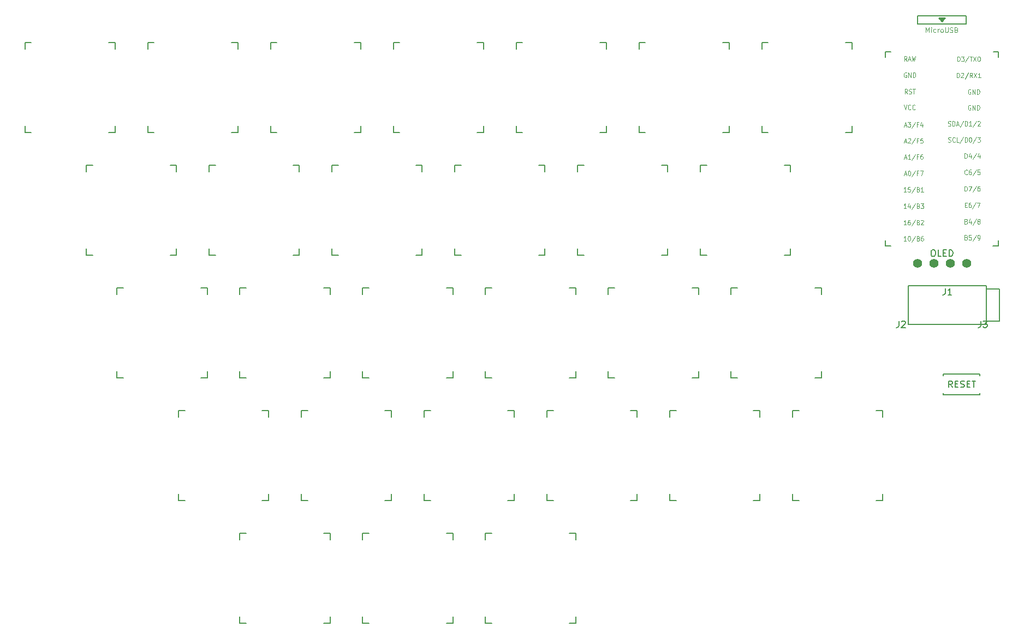
<source format=gto>
%TF.GenerationSoftware,KiCad,Pcbnew,7.0.10*%
%TF.CreationDate,2024-02-19T14:02:23+09:00*%
%TF.ProjectId,keyball-row-staggered-left,6b657962-616c-46c2-9d72-6f772d737461,rev?*%
%TF.SameCoordinates,Original*%
%TF.FileFunction,Legend,Top*%
%TF.FilePolarity,Positive*%
%FSLAX46Y46*%
G04 Gerber Fmt 4.6, Leading zero omitted, Abs format (unit mm)*
G04 Created by KiCad (PCBNEW 7.0.10) date 2024-02-19 14:02:23*
%MOMM*%
%LPD*%
G01*
G04 APERTURE LIST*
%ADD10C,0.150000*%
%ADD11C,0.125000*%
%ADD12C,0.120000*%
%ADD13C,1.397000*%
G04 APERTURE END LIST*
D10*
X157146666Y-64834819D02*
X157146666Y-65549104D01*
X157146666Y-65549104D02*
X157099047Y-65691961D01*
X157099047Y-65691961D02*
X157003809Y-65787200D01*
X157003809Y-65787200D02*
X156860952Y-65834819D01*
X156860952Y-65834819D02*
X156765714Y-65834819D01*
X157575238Y-64930057D02*
X157622857Y-64882438D01*
X157622857Y-64882438D02*
X157718095Y-64834819D01*
X157718095Y-64834819D02*
X157956190Y-64834819D01*
X157956190Y-64834819D02*
X158051428Y-64882438D01*
X158051428Y-64882438D02*
X158099047Y-64930057D01*
X158099047Y-64930057D02*
X158146666Y-65025295D01*
X158146666Y-65025295D02*
X158146666Y-65120533D01*
X158146666Y-65120533D02*
X158099047Y-65263390D01*
X158099047Y-65263390D02*
X157527619Y-65834819D01*
X157527619Y-65834819D02*
X158146666Y-65834819D01*
X162377619Y-53784819D02*
X162568095Y-53784819D01*
X162568095Y-53784819D02*
X162663333Y-53832438D01*
X162663333Y-53832438D02*
X162758571Y-53927676D01*
X162758571Y-53927676D02*
X162806190Y-54118152D01*
X162806190Y-54118152D02*
X162806190Y-54451485D01*
X162806190Y-54451485D02*
X162758571Y-54641961D01*
X162758571Y-54641961D02*
X162663333Y-54737200D01*
X162663333Y-54737200D02*
X162568095Y-54784819D01*
X162568095Y-54784819D02*
X162377619Y-54784819D01*
X162377619Y-54784819D02*
X162282381Y-54737200D01*
X162282381Y-54737200D02*
X162187143Y-54641961D01*
X162187143Y-54641961D02*
X162139524Y-54451485D01*
X162139524Y-54451485D02*
X162139524Y-54118152D01*
X162139524Y-54118152D02*
X162187143Y-53927676D01*
X162187143Y-53927676D02*
X162282381Y-53832438D01*
X162282381Y-53832438D02*
X162377619Y-53784819D01*
X163710952Y-54784819D02*
X163234762Y-54784819D01*
X163234762Y-54784819D02*
X163234762Y-53784819D01*
X164044286Y-54261009D02*
X164377619Y-54261009D01*
X164520476Y-54784819D02*
X164044286Y-54784819D01*
X164044286Y-54784819D02*
X164044286Y-53784819D01*
X164044286Y-53784819D02*
X164520476Y-53784819D01*
X164949048Y-54784819D02*
X164949048Y-53784819D01*
X164949048Y-53784819D02*
X165187143Y-53784819D01*
X165187143Y-53784819D02*
X165330000Y-53832438D01*
X165330000Y-53832438D02*
X165425238Y-53927676D01*
X165425238Y-53927676D02*
X165472857Y-54022914D01*
X165472857Y-54022914D02*
X165520476Y-54213390D01*
X165520476Y-54213390D02*
X165520476Y-54356247D01*
X165520476Y-54356247D02*
X165472857Y-54546723D01*
X165472857Y-54546723D02*
X165425238Y-54641961D01*
X165425238Y-54641961D02*
X165330000Y-54737200D01*
X165330000Y-54737200D02*
X165187143Y-54784819D01*
X165187143Y-54784819D02*
X164949048Y-54784819D01*
X165425618Y-75130819D02*
X165092285Y-74654628D01*
X164854190Y-75130819D02*
X164854190Y-74130819D01*
X164854190Y-74130819D02*
X165235142Y-74130819D01*
X165235142Y-74130819D02*
X165330380Y-74178438D01*
X165330380Y-74178438D02*
X165377999Y-74226057D01*
X165377999Y-74226057D02*
X165425618Y-74321295D01*
X165425618Y-74321295D02*
X165425618Y-74464152D01*
X165425618Y-74464152D02*
X165377999Y-74559390D01*
X165377999Y-74559390D02*
X165330380Y-74607009D01*
X165330380Y-74607009D02*
X165235142Y-74654628D01*
X165235142Y-74654628D02*
X164854190Y-74654628D01*
X165854190Y-74607009D02*
X166187523Y-74607009D01*
X166330380Y-75130819D02*
X165854190Y-75130819D01*
X165854190Y-75130819D02*
X165854190Y-74130819D01*
X165854190Y-74130819D02*
X166330380Y-74130819D01*
X166711333Y-75083200D02*
X166854190Y-75130819D01*
X166854190Y-75130819D02*
X167092285Y-75130819D01*
X167092285Y-75130819D02*
X167187523Y-75083200D01*
X167187523Y-75083200D02*
X167235142Y-75035580D01*
X167235142Y-75035580D02*
X167282761Y-74940342D01*
X167282761Y-74940342D02*
X167282761Y-74845104D01*
X167282761Y-74845104D02*
X167235142Y-74749866D01*
X167235142Y-74749866D02*
X167187523Y-74702247D01*
X167187523Y-74702247D02*
X167092285Y-74654628D01*
X167092285Y-74654628D02*
X166901809Y-74607009D01*
X166901809Y-74607009D02*
X166806571Y-74559390D01*
X166806571Y-74559390D02*
X166758952Y-74511771D01*
X166758952Y-74511771D02*
X166711333Y-74416533D01*
X166711333Y-74416533D02*
X166711333Y-74321295D01*
X166711333Y-74321295D02*
X166758952Y-74226057D01*
X166758952Y-74226057D02*
X166806571Y-74178438D01*
X166806571Y-74178438D02*
X166901809Y-74130819D01*
X166901809Y-74130819D02*
X167139904Y-74130819D01*
X167139904Y-74130819D02*
X167282761Y-74178438D01*
X167711333Y-74607009D02*
X168044666Y-74607009D01*
X168187523Y-75130819D02*
X167711333Y-75130819D01*
X167711333Y-75130819D02*
X167711333Y-74130819D01*
X167711333Y-74130819D02*
X168187523Y-74130819D01*
X168473238Y-74130819D02*
X169044666Y-74130819D01*
X168758952Y-75130819D02*
X168758952Y-74130819D01*
D11*
X167582410Y-49355607D02*
X167678124Y-49391321D01*
X167678124Y-49391321D02*
X167710029Y-49427035D01*
X167710029Y-49427035D02*
X167741933Y-49498464D01*
X167741933Y-49498464D02*
X167741933Y-49605607D01*
X167741933Y-49605607D02*
X167710029Y-49677035D01*
X167710029Y-49677035D02*
X167678124Y-49712750D01*
X167678124Y-49712750D02*
X167614314Y-49748464D01*
X167614314Y-49748464D02*
X167359076Y-49748464D01*
X167359076Y-49748464D02*
X167359076Y-48998464D01*
X167359076Y-48998464D02*
X167582410Y-48998464D01*
X167582410Y-48998464D02*
X167646219Y-49034178D01*
X167646219Y-49034178D02*
X167678124Y-49069892D01*
X167678124Y-49069892D02*
X167710029Y-49141321D01*
X167710029Y-49141321D02*
X167710029Y-49212750D01*
X167710029Y-49212750D02*
X167678124Y-49284178D01*
X167678124Y-49284178D02*
X167646219Y-49319892D01*
X167646219Y-49319892D02*
X167582410Y-49355607D01*
X167582410Y-49355607D02*
X167359076Y-49355607D01*
X168316219Y-49248464D02*
X168316219Y-49748464D01*
X168156695Y-48962750D02*
X167997172Y-49498464D01*
X167997172Y-49498464D02*
X168411933Y-49498464D01*
X169145743Y-48962750D02*
X168571457Y-49927035D01*
X169464791Y-49319892D02*
X169400981Y-49284178D01*
X169400981Y-49284178D02*
X169369076Y-49248464D01*
X169369076Y-49248464D02*
X169337172Y-49177035D01*
X169337172Y-49177035D02*
X169337172Y-49141321D01*
X169337172Y-49141321D02*
X169369076Y-49069892D01*
X169369076Y-49069892D02*
X169400981Y-49034178D01*
X169400981Y-49034178D02*
X169464791Y-48998464D01*
X169464791Y-48998464D02*
X169592410Y-48998464D01*
X169592410Y-48998464D02*
X169656219Y-49034178D01*
X169656219Y-49034178D02*
X169688124Y-49069892D01*
X169688124Y-49069892D02*
X169720029Y-49141321D01*
X169720029Y-49141321D02*
X169720029Y-49177035D01*
X169720029Y-49177035D02*
X169688124Y-49248464D01*
X169688124Y-49248464D02*
X169656219Y-49284178D01*
X169656219Y-49284178D02*
X169592410Y-49319892D01*
X169592410Y-49319892D02*
X169464791Y-49319892D01*
X169464791Y-49319892D02*
X169400981Y-49355607D01*
X169400981Y-49355607D02*
X169369076Y-49391321D01*
X169369076Y-49391321D02*
X169337172Y-49462750D01*
X169337172Y-49462750D02*
X169337172Y-49605607D01*
X169337172Y-49605607D02*
X169369076Y-49677035D01*
X169369076Y-49677035D02*
X169400981Y-49712750D01*
X169400981Y-49712750D02*
X169464791Y-49748464D01*
X169464791Y-49748464D02*
X169592410Y-49748464D01*
X169592410Y-49748464D02*
X169656219Y-49712750D01*
X169656219Y-49712750D02*
X169688124Y-49677035D01*
X169688124Y-49677035D02*
X169720029Y-49605607D01*
X169720029Y-49605607D02*
X169720029Y-49462750D01*
X169720029Y-49462750D02*
X169688124Y-49391321D01*
X169688124Y-49391321D02*
X169656219Y-49355607D01*
X169656219Y-49355607D02*
X169592410Y-49319892D01*
X166155028Y-27048464D02*
X166155028Y-26298464D01*
X166155028Y-26298464D02*
X166314552Y-26298464D01*
X166314552Y-26298464D02*
X166410266Y-26334178D01*
X166410266Y-26334178D02*
X166474076Y-26405607D01*
X166474076Y-26405607D02*
X166505981Y-26477035D01*
X166505981Y-26477035D02*
X166537885Y-26619892D01*
X166537885Y-26619892D02*
X166537885Y-26727035D01*
X166537885Y-26727035D02*
X166505981Y-26869892D01*
X166505981Y-26869892D02*
X166474076Y-26941321D01*
X166474076Y-26941321D02*
X166410266Y-27012750D01*
X166410266Y-27012750D02*
X166314552Y-27048464D01*
X166314552Y-27048464D02*
X166155028Y-27048464D01*
X166793124Y-26369892D02*
X166825028Y-26334178D01*
X166825028Y-26334178D02*
X166888838Y-26298464D01*
X166888838Y-26298464D02*
X167048362Y-26298464D01*
X167048362Y-26298464D02*
X167112171Y-26334178D01*
X167112171Y-26334178D02*
X167144076Y-26369892D01*
X167144076Y-26369892D02*
X167175981Y-26441321D01*
X167175981Y-26441321D02*
X167175981Y-26512750D01*
X167175981Y-26512750D02*
X167144076Y-26619892D01*
X167144076Y-26619892D02*
X166761219Y-27048464D01*
X166761219Y-27048464D02*
X167175981Y-27048464D01*
X167941695Y-26262750D02*
X167367409Y-27227035D01*
X168547885Y-27048464D02*
X168324552Y-26691321D01*
X168165028Y-27048464D02*
X168165028Y-26298464D01*
X168165028Y-26298464D02*
X168420266Y-26298464D01*
X168420266Y-26298464D02*
X168484076Y-26334178D01*
X168484076Y-26334178D02*
X168515981Y-26369892D01*
X168515981Y-26369892D02*
X168547885Y-26441321D01*
X168547885Y-26441321D02*
X168547885Y-26548464D01*
X168547885Y-26548464D02*
X168515981Y-26619892D01*
X168515981Y-26619892D02*
X168484076Y-26655607D01*
X168484076Y-26655607D02*
X168420266Y-26691321D01*
X168420266Y-26691321D02*
X168165028Y-26691321D01*
X168771219Y-26298464D02*
X169217885Y-27048464D01*
X169217885Y-26298464D02*
X168771219Y-27048464D01*
X169824076Y-27048464D02*
X169441219Y-27048464D01*
X169632647Y-27048464D02*
X169632647Y-26298464D01*
X169632647Y-26298464D02*
X169568838Y-26405607D01*
X169568838Y-26405607D02*
X169505028Y-26477035D01*
X169505028Y-26477035D02*
X169441219Y-26512750D01*
X157987886Y-39484178D02*
X158306933Y-39484178D01*
X157924076Y-39698464D02*
X158147409Y-38948464D01*
X158147409Y-38948464D02*
X158370743Y-39698464D01*
X158945029Y-39698464D02*
X158562172Y-39698464D01*
X158753600Y-39698464D02*
X158753600Y-38948464D01*
X158753600Y-38948464D02*
X158689791Y-39055607D01*
X158689791Y-39055607D02*
X158625981Y-39127035D01*
X158625981Y-39127035D02*
X158562172Y-39162750D01*
X159710743Y-38912750D02*
X159136457Y-39877035D01*
X160157410Y-39305607D02*
X159934076Y-39305607D01*
X159934076Y-39698464D02*
X159934076Y-38948464D01*
X159934076Y-38948464D02*
X160253124Y-38948464D01*
X160795505Y-38948464D02*
X160667886Y-38948464D01*
X160667886Y-38948464D02*
X160604077Y-38984178D01*
X160604077Y-38984178D02*
X160572172Y-39019892D01*
X160572172Y-39019892D02*
X160508362Y-39127035D01*
X160508362Y-39127035D02*
X160476458Y-39269892D01*
X160476458Y-39269892D02*
X160476458Y-39555607D01*
X160476458Y-39555607D02*
X160508362Y-39627035D01*
X160508362Y-39627035D02*
X160540267Y-39662750D01*
X160540267Y-39662750D02*
X160604077Y-39698464D01*
X160604077Y-39698464D02*
X160731696Y-39698464D01*
X160731696Y-39698464D02*
X160795505Y-39662750D01*
X160795505Y-39662750D02*
X160827410Y-39627035D01*
X160827410Y-39627035D02*
X160859315Y-39555607D01*
X160859315Y-39555607D02*
X160859315Y-39377035D01*
X160859315Y-39377035D02*
X160827410Y-39305607D01*
X160827410Y-39305607D02*
X160795505Y-39269892D01*
X160795505Y-39269892D02*
X160731696Y-39234178D01*
X160731696Y-39234178D02*
X160604077Y-39234178D01*
X160604077Y-39234178D02*
X160540267Y-39269892D01*
X160540267Y-39269892D02*
X160508362Y-39305607D01*
X160508362Y-39305607D02*
X160476458Y-39377035D01*
D12*
X161322171Y-19998724D02*
X161322171Y-19248724D01*
X161322171Y-19248724D02*
X161572171Y-19784438D01*
X161572171Y-19784438D02*
X161822171Y-19248724D01*
X161822171Y-19248724D02*
X161822171Y-19998724D01*
X162179314Y-19998724D02*
X162179314Y-19498724D01*
X162179314Y-19248724D02*
X162143600Y-19284438D01*
X162143600Y-19284438D02*
X162179314Y-19320152D01*
X162179314Y-19320152D02*
X162215028Y-19284438D01*
X162215028Y-19284438D02*
X162179314Y-19248724D01*
X162179314Y-19248724D02*
X162179314Y-19320152D01*
X162857886Y-19963010D02*
X162786457Y-19998724D01*
X162786457Y-19998724D02*
X162643600Y-19998724D01*
X162643600Y-19998724D02*
X162572171Y-19963010D01*
X162572171Y-19963010D02*
X162536457Y-19927295D01*
X162536457Y-19927295D02*
X162500743Y-19855867D01*
X162500743Y-19855867D02*
X162500743Y-19641581D01*
X162500743Y-19641581D02*
X162536457Y-19570152D01*
X162536457Y-19570152D02*
X162572171Y-19534438D01*
X162572171Y-19534438D02*
X162643600Y-19498724D01*
X162643600Y-19498724D02*
X162786457Y-19498724D01*
X162786457Y-19498724D02*
X162857886Y-19534438D01*
X163179314Y-19998724D02*
X163179314Y-19498724D01*
X163179314Y-19641581D02*
X163215028Y-19570152D01*
X163215028Y-19570152D02*
X163250743Y-19534438D01*
X163250743Y-19534438D02*
X163322171Y-19498724D01*
X163322171Y-19498724D02*
X163393600Y-19498724D01*
X163750743Y-19998724D02*
X163679314Y-19963010D01*
X163679314Y-19963010D02*
X163643600Y-19927295D01*
X163643600Y-19927295D02*
X163607886Y-19855867D01*
X163607886Y-19855867D02*
X163607886Y-19641581D01*
X163607886Y-19641581D02*
X163643600Y-19570152D01*
X163643600Y-19570152D02*
X163679314Y-19534438D01*
X163679314Y-19534438D02*
X163750743Y-19498724D01*
X163750743Y-19498724D02*
X163857886Y-19498724D01*
X163857886Y-19498724D02*
X163929314Y-19534438D01*
X163929314Y-19534438D02*
X163965029Y-19570152D01*
X163965029Y-19570152D02*
X164000743Y-19641581D01*
X164000743Y-19641581D02*
X164000743Y-19855867D01*
X164000743Y-19855867D02*
X163965029Y-19927295D01*
X163965029Y-19927295D02*
X163929314Y-19963010D01*
X163929314Y-19963010D02*
X163857886Y-19998724D01*
X163857886Y-19998724D02*
X163750743Y-19998724D01*
X164322171Y-19248724D02*
X164322171Y-19855867D01*
X164322171Y-19855867D02*
X164357885Y-19927295D01*
X164357885Y-19927295D02*
X164393600Y-19963010D01*
X164393600Y-19963010D02*
X164465028Y-19998724D01*
X164465028Y-19998724D02*
X164607885Y-19998724D01*
X164607885Y-19998724D02*
X164679314Y-19963010D01*
X164679314Y-19963010D02*
X164715028Y-19927295D01*
X164715028Y-19927295D02*
X164750742Y-19855867D01*
X164750742Y-19855867D02*
X164750742Y-19248724D01*
X165072171Y-19963010D02*
X165179314Y-19998724D01*
X165179314Y-19998724D02*
X165357885Y-19998724D01*
X165357885Y-19998724D02*
X165429314Y-19963010D01*
X165429314Y-19963010D02*
X165465028Y-19927295D01*
X165465028Y-19927295D02*
X165500742Y-19855867D01*
X165500742Y-19855867D02*
X165500742Y-19784438D01*
X165500742Y-19784438D02*
X165465028Y-19713010D01*
X165465028Y-19713010D02*
X165429314Y-19677295D01*
X165429314Y-19677295D02*
X165357885Y-19641581D01*
X165357885Y-19641581D02*
X165215028Y-19605867D01*
X165215028Y-19605867D02*
X165143599Y-19570152D01*
X165143599Y-19570152D02*
X165107885Y-19534438D01*
X165107885Y-19534438D02*
X165072171Y-19463010D01*
X165072171Y-19463010D02*
X165072171Y-19391581D01*
X165072171Y-19391581D02*
X165107885Y-19320152D01*
X165107885Y-19320152D02*
X165143599Y-19284438D01*
X165143599Y-19284438D02*
X165215028Y-19248724D01*
X165215028Y-19248724D02*
X165393599Y-19248724D01*
X165393599Y-19248724D02*
X165500742Y-19284438D01*
X166072171Y-19605867D02*
X166179314Y-19641581D01*
X166179314Y-19641581D02*
X166215028Y-19677295D01*
X166215028Y-19677295D02*
X166250742Y-19748724D01*
X166250742Y-19748724D02*
X166250742Y-19855867D01*
X166250742Y-19855867D02*
X166215028Y-19927295D01*
X166215028Y-19927295D02*
X166179314Y-19963010D01*
X166179314Y-19963010D02*
X166107885Y-19998724D01*
X166107885Y-19998724D02*
X165822171Y-19998724D01*
X165822171Y-19998724D02*
X165822171Y-19248724D01*
X165822171Y-19248724D02*
X166072171Y-19248724D01*
X166072171Y-19248724D02*
X166143600Y-19284438D01*
X166143600Y-19284438D02*
X166179314Y-19320152D01*
X166179314Y-19320152D02*
X166215028Y-19391581D01*
X166215028Y-19391581D02*
X166215028Y-19463010D01*
X166215028Y-19463010D02*
X166179314Y-19534438D01*
X166179314Y-19534438D02*
X166143600Y-19570152D01*
X166143600Y-19570152D02*
X166072171Y-19605867D01*
X166072171Y-19605867D02*
X165822171Y-19605867D01*
D11*
X158290981Y-52398464D02*
X157908124Y-52398464D01*
X158099552Y-52398464D02*
X158099552Y-51648464D01*
X158099552Y-51648464D02*
X158035743Y-51755607D01*
X158035743Y-51755607D02*
X157971933Y-51827035D01*
X157971933Y-51827035D02*
X157908124Y-51862750D01*
X158705742Y-51648464D02*
X158769552Y-51648464D01*
X158769552Y-51648464D02*
X158833361Y-51684178D01*
X158833361Y-51684178D02*
X158865266Y-51719892D01*
X158865266Y-51719892D02*
X158897171Y-51791321D01*
X158897171Y-51791321D02*
X158929076Y-51934178D01*
X158929076Y-51934178D02*
X158929076Y-52112750D01*
X158929076Y-52112750D02*
X158897171Y-52255607D01*
X158897171Y-52255607D02*
X158865266Y-52327035D01*
X158865266Y-52327035D02*
X158833361Y-52362750D01*
X158833361Y-52362750D02*
X158769552Y-52398464D01*
X158769552Y-52398464D02*
X158705742Y-52398464D01*
X158705742Y-52398464D02*
X158641933Y-52362750D01*
X158641933Y-52362750D02*
X158610028Y-52327035D01*
X158610028Y-52327035D02*
X158578123Y-52255607D01*
X158578123Y-52255607D02*
X158546219Y-52112750D01*
X158546219Y-52112750D02*
X158546219Y-51934178D01*
X158546219Y-51934178D02*
X158578123Y-51791321D01*
X158578123Y-51791321D02*
X158610028Y-51719892D01*
X158610028Y-51719892D02*
X158641933Y-51684178D01*
X158641933Y-51684178D02*
X158705742Y-51648464D01*
X159694790Y-51612750D02*
X159120504Y-52577035D01*
X160141457Y-52005607D02*
X160237171Y-52041321D01*
X160237171Y-52041321D02*
X160269076Y-52077035D01*
X160269076Y-52077035D02*
X160300980Y-52148464D01*
X160300980Y-52148464D02*
X160300980Y-52255607D01*
X160300980Y-52255607D02*
X160269076Y-52327035D01*
X160269076Y-52327035D02*
X160237171Y-52362750D01*
X160237171Y-52362750D02*
X160173361Y-52398464D01*
X160173361Y-52398464D02*
X159918123Y-52398464D01*
X159918123Y-52398464D02*
X159918123Y-51648464D01*
X159918123Y-51648464D02*
X160141457Y-51648464D01*
X160141457Y-51648464D02*
X160205266Y-51684178D01*
X160205266Y-51684178D02*
X160237171Y-51719892D01*
X160237171Y-51719892D02*
X160269076Y-51791321D01*
X160269076Y-51791321D02*
X160269076Y-51862750D01*
X160269076Y-51862750D02*
X160237171Y-51934178D01*
X160237171Y-51934178D02*
X160205266Y-51969892D01*
X160205266Y-51969892D02*
X160141457Y-52005607D01*
X160141457Y-52005607D02*
X159918123Y-52005607D01*
X160875266Y-51648464D02*
X160747647Y-51648464D01*
X160747647Y-51648464D02*
X160683838Y-51684178D01*
X160683838Y-51684178D02*
X160651933Y-51719892D01*
X160651933Y-51719892D02*
X160588123Y-51827035D01*
X160588123Y-51827035D02*
X160556219Y-51969892D01*
X160556219Y-51969892D02*
X160556219Y-52255607D01*
X160556219Y-52255607D02*
X160588123Y-52327035D01*
X160588123Y-52327035D02*
X160620028Y-52362750D01*
X160620028Y-52362750D02*
X160683838Y-52398464D01*
X160683838Y-52398464D02*
X160811457Y-52398464D01*
X160811457Y-52398464D02*
X160875266Y-52362750D01*
X160875266Y-52362750D02*
X160907171Y-52327035D01*
X160907171Y-52327035D02*
X160939076Y-52255607D01*
X160939076Y-52255607D02*
X160939076Y-52077035D01*
X160939076Y-52077035D02*
X160907171Y-52005607D01*
X160907171Y-52005607D02*
X160875266Y-51969892D01*
X160875266Y-51969892D02*
X160811457Y-51934178D01*
X160811457Y-51934178D02*
X160683838Y-51934178D01*
X160683838Y-51934178D02*
X160620028Y-51969892D01*
X160620028Y-51969892D02*
X160588123Y-52005607D01*
X160588123Y-52005607D02*
X160556219Y-52077035D01*
X164800981Y-37012750D02*
X164896695Y-37048464D01*
X164896695Y-37048464D02*
X165056219Y-37048464D01*
X165056219Y-37048464D02*
X165120028Y-37012750D01*
X165120028Y-37012750D02*
X165151933Y-36977035D01*
X165151933Y-36977035D02*
X165183838Y-36905607D01*
X165183838Y-36905607D02*
X165183838Y-36834178D01*
X165183838Y-36834178D02*
X165151933Y-36762750D01*
X165151933Y-36762750D02*
X165120028Y-36727035D01*
X165120028Y-36727035D02*
X165056219Y-36691321D01*
X165056219Y-36691321D02*
X164928600Y-36655607D01*
X164928600Y-36655607D02*
X164864790Y-36619892D01*
X164864790Y-36619892D02*
X164832885Y-36584178D01*
X164832885Y-36584178D02*
X164800981Y-36512750D01*
X164800981Y-36512750D02*
X164800981Y-36441321D01*
X164800981Y-36441321D02*
X164832885Y-36369892D01*
X164832885Y-36369892D02*
X164864790Y-36334178D01*
X164864790Y-36334178D02*
X164928600Y-36298464D01*
X164928600Y-36298464D02*
X165088123Y-36298464D01*
X165088123Y-36298464D02*
X165183838Y-36334178D01*
X165853837Y-36977035D02*
X165821933Y-37012750D01*
X165821933Y-37012750D02*
X165726218Y-37048464D01*
X165726218Y-37048464D02*
X165662409Y-37048464D01*
X165662409Y-37048464D02*
X165566695Y-37012750D01*
X165566695Y-37012750D02*
X165502885Y-36941321D01*
X165502885Y-36941321D02*
X165470980Y-36869892D01*
X165470980Y-36869892D02*
X165439076Y-36727035D01*
X165439076Y-36727035D02*
X165439076Y-36619892D01*
X165439076Y-36619892D02*
X165470980Y-36477035D01*
X165470980Y-36477035D02*
X165502885Y-36405607D01*
X165502885Y-36405607D02*
X165566695Y-36334178D01*
X165566695Y-36334178D02*
X165662409Y-36298464D01*
X165662409Y-36298464D02*
X165726218Y-36298464D01*
X165726218Y-36298464D02*
X165821933Y-36334178D01*
X165821933Y-36334178D02*
X165853837Y-36369892D01*
X166460028Y-37048464D02*
X166140980Y-37048464D01*
X166140980Y-37048464D02*
X166140980Y-36298464D01*
X167161933Y-36262750D02*
X166587647Y-37227035D01*
X167385266Y-37048464D02*
X167385266Y-36298464D01*
X167385266Y-36298464D02*
X167544790Y-36298464D01*
X167544790Y-36298464D02*
X167640504Y-36334178D01*
X167640504Y-36334178D02*
X167704314Y-36405607D01*
X167704314Y-36405607D02*
X167736219Y-36477035D01*
X167736219Y-36477035D02*
X167768123Y-36619892D01*
X167768123Y-36619892D02*
X167768123Y-36727035D01*
X167768123Y-36727035D02*
X167736219Y-36869892D01*
X167736219Y-36869892D02*
X167704314Y-36941321D01*
X167704314Y-36941321D02*
X167640504Y-37012750D01*
X167640504Y-37012750D02*
X167544790Y-37048464D01*
X167544790Y-37048464D02*
X167385266Y-37048464D01*
X168182885Y-36298464D02*
X168246695Y-36298464D01*
X168246695Y-36298464D02*
X168310504Y-36334178D01*
X168310504Y-36334178D02*
X168342409Y-36369892D01*
X168342409Y-36369892D02*
X168374314Y-36441321D01*
X168374314Y-36441321D02*
X168406219Y-36584178D01*
X168406219Y-36584178D02*
X168406219Y-36762750D01*
X168406219Y-36762750D02*
X168374314Y-36905607D01*
X168374314Y-36905607D02*
X168342409Y-36977035D01*
X168342409Y-36977035D02*
X168310504Y-37012750D01*
X168310504Y-37012750D02*
X168246695Y-37048464D01*
X168246695Y-37048464D02*
X168182885Y-37048464D01*
X168182885Y-37048464D02*
X168119076Y-37012750D01*
X168119076Y-37012750D02*
X168087171Y-36977035D01*
X168087171Y-36977035D02*
X168055266Y-36905607D01*
X168055266Y-36905607D02*
X168023362Y-36762750D01*
X168023362Y-36762750D02*
X168023362Y-36584178D01*
X168023362Y-36584178D02*
X168055266Y-36441321D01*
X168055266Y-36441321D02*
X168087171Y-36369892D01*
X168087171Y-36369892D02*
X168119076Y-36334178D01*
X168119076Y-36334178D02*
X168182885Y-36298464D01*
X169171933Y-36262750D02*
X168597647Y-37227035D01*
X169331457Y-36298464D02*
X169746219Y-36298464D01*
X169746219Y-36298464D02*
X169522885Y-36584178D01*
X169522885Y-36584178D02*
X169618600Y-36584178D01*
X169618600Y-36584178D02*
X169682409Y-36619892D01*
X169682409Y-36619892D02*
X169714314Y-36655607D01*
X169714314Y-36655607D02*
X169746219Y-36727035D01*
X169746219Y-36727035D02*
X169746219Y-36905607D01*
X169746219Y-36905607D02*
X169714314Y-36977035D01*
X169714314Y-36977035D02*
X169682409Y-37012750D01*
X169682409Y-37012750D02*
X169618600Y-37048464D01*
X169618600Y-37048464D02*
X169427171Y-37048464D01*
X169427171Y-37048464D02*
X169363362Y-37012750D01*
X169363362Y-37012750D02*
X169331457Y-36977035D01*
X158456695Y-29548464D02*
X158233362Y-29191321D01*
X158073838Y-29548464D02*
X158073838Y-28798464D01*
X158073838Y-28798464D02*
X158329076Y-28798464D01*
X158329076Y-28798464D02*
X158392886Y-28834178D01*
X158392886Y-28834178D02*
X158424791Y-28869892D01*
X158424791Y-28869892D02*
X158456695Y-28941321D01*
X158456695Y-28941321D02*
X158456695Y-29048464D01*
X158456695Y-29048464D02*
X158424791Y-29119892D01*
X158424791Y-29119892D02*
X158392886Y-29155607D01*
X158392886Y-29155607D02*
X158329076Y-29191321D01*
X158329076Y-29191321D02*
X158073838Y-29191321D01*
X158711934Y-29512750D02*
X158807648Y-29548464D01*
X158807648Y-29548464D02*
X158967172Y-29548464D01*
X158967172Y-29548464D02*
X159030981Y-29512750D01*
X159030981Y-29512750D02*
X159062886Y-29477035D01*
X159062886Y-29477035D02*
X159094791Y-29405607D01*
X159094791Y-29405607D02*
X159094791Y-29334178D01*
X159094791Y-29334178D02*
X159062886Y-29262750D01*
X159062886Y-29262750D02*
X159030981Y-29227035D01*
X159030981Y-29227035D02*
X158967172Y-29191321D01*
X158967172Y-29191321D02*
X158839553Y-29155607D01*
X158839553Y-29155607D02*
X158775743Y-29119892D01*
X158775743Y-29119892D02*
X158743838Y-29084178D01*
X158743838Y-29084178D02*
X158711934Y-29012750D01*
X158711934Y-29012750D02*
X158711934Y-28941321D01*
X158711934Y-28941321D02*
X158743838Y-28869892D01*
X158743838Y-28869892D02*
X158775743Y-28834178D01*
X158775743Y-28834178D02*
X158839553Y-28798464D01*
X158839553Y-28798464D02*
X158999076Y-28798464D01*
X158999076Y-28798464D02*
X159094791Y-28834178D01*
X159286219Y-28798464D02*
X159669076Y-28798464D01*
X159477648Y-29548464D02*
X159477648Y-28798464D01*
X157930266Y-31248464D02*
X158153599Y-31998464D01*
X158153599Y-31998464D02*
X158376933Y-31248464D01*
X158983123Y-31927035D02*
X158951219Y-31962750D01*
X158951219Y-31962750D02*
X158855504Y-31998464D01*
X158855504Y-31998464D02*
X158791695Y-31998464D01*
X158791695Y-31998464D02*
X158695981Y-31962750D01*
X158695981Y-31962750D02*
X158632171Y-31891321D01*
X158632171Y-31891321D02*
X158600266Y-31819892D01*
X158600266Y-31819892D02*
X158568362Y-31677035D01*
X158568362Y-31677035D02*
X158568362Y-31569892D01*
X158568362Y-31569892D02*
X158600266Y-31427035D01*
X158600266Y-31427035D02*
X158632171Y-31355607D01*
X158632171Y-31355607D02*
X158695981Y-31284178D01*
X158695981Y-31284178D02*
X158791695Y-31248464D01*
X158791695Y-31248464D02*
X158855504Y-31248464D01*
X158855504Y-31248464D02*
X158951219Y-31284178D01*
X158951219Y-31284178D02*
X158983123Y-31319892D01*
X159653123Y-31927035D02*
X159621219Y-31962750D01*
X159621219Y-31962750D02*
X159525504Y-31998464D01*
X159525504Y-31998464D02*
X159461695Y-31998464D01*
X159461695Y-31998464D02*
X159365981Y-31962750D01*
X159365981Y-31962750D02*
X159302171Y-31891321D01*
X159302171Y-31891321D02*
X159270266Y-31819892D01*
X159270266Y-31819892D02*
X159238362Y-31677035D01*
X159238362Y-31677035D02*
X159238362Y-31569892D01*
X159238362Y-31569892D02*
X159270266Y-31427035D01*
X159270266Y-31427035D02*
X159302171Y-31355607D01*
X159302171Y-31355607D02*
X159365981Y-31284178D01*
X159365981Y-31284178D02*
X159461695Y-31248464D01*
X159461695Y-31248464D02*
X159525504Y-31248464D01*
X159525504Y-31248464D02*
X159621219Y-31284178D01*
X159621219Y-31284178D02*
X159653123Y-31319892D01*
X167359076Y-44648464D02*
X167359076Y-43898464D01*
X167359076Y-43898464D02*
X167518600Y-43898464D01*
X167518600Y-43898464D02*
X167614314Y-43934178D01*
X167614314Y-43934178D02*
X167678124Y-44005607D01*
X167678124Y-44005607D02*
X167710029Y-44077035D01*
X167710029Y-44077035D02*
X167741933Y-44219892D01*
X167741933Y-44219892D02*
X167741933Y-44327035D01*
X167741933Y-44327035D02*
X167710029Y-44469892D01*
X167710029Y-44469892D02*
X167678124Y-44541321D01*
X167678124Y-44541321D02*
X167614314Y-44612750D01*
X167614314Y-44612750D02*
X167518600Y-44648464D01*
X167518600Y-44648464D02*
X167359076Y-44648464D01*
X167965267Y-43898464D02*
X168411933Y-43898464D01*
X168411933Y-43898464D02*
X168124791Y-44648464D01*
X169145743Y-43862750D02*
X168571457Y-44827035D01*
X169656219Y-43898464D02*
X169528600Y-43898464D01*
X169528600Y-43898464D02*
X169464791Y-43934178D01*
X169464791Y-43934178D02*
X169432886Y-43969892D01*
X169432886Y-43969892D02*
X169369076Y-44077035D01*
X169369076Y-44077035D02*
X169337172Y-44219892D01*
X169337172Y-44219892D02*
X169337172Y-44505607D01*
X169337172Y-44505607D02*
X169369076Y-44577035D01*
X169369076Y-44577035D02*
X169400981Y-44612750D01*
X169400981Y-44612750D02*
X169464791Y-44648464D01*
X169464791Y-44648464D02*
X169592410Y-44648464D01*
X169592410Y-44648464D02*
X169656219Y-44612750D01*
X169656219Y-44612750D02*
X169688124Y-44577035D01*
X169688124Y-44577035D02*
X169720029Y-44505607D01*
X169720029Y-44505607D02*
X169720029Y-44327035D01*
X169720029Y-44327035D02*
X169688124Y-44255607D01*
X169688124Y-44255607D02*
X169656219Y-44219892D01*
X169656219Y-44219892D02*
X169592410Y-44184178D01*
X169592410Y-44184178D02*
X169464791Y-44184178D01*
X169464791Y-44184178D02*
X169400981Y-44219892D01*
X169400981Y-44219892D02*
X169369076Y-44255607D01*
X169369076Y-44255607D02*
X169337172Y-44327035D01*
X168263124Y-28884178D02*
X168199314Y-28848464D01*
X168199314Y-28848464D02*
X168103600Y-28848464D01*
X168103600Y-28848464D02*
X168007886Y-28884178D01*
X168007886Y-28884178D02*
X167944076Y-28955607D01*
X167944076Y-28955607D02*
X167912171Y-29027035D01*
X167912171Y-29027035D02*
X167880267Y-29169892D01*
X167880267Y-29169892D02*
X167880267Y-29277035D01*
X167880267Y-29277035D02*
X167912171Y-29419892D01*
X167912171Y-29419892D02*
X167944076Y-29491321D01*
X167944076Y-29491321D02*
X168007886Y-29562750D01*
X168007886Y-29562750D02*
X168103600Y-29598464D01*
X168103600Y-29598464D02*
X168167409Y-29598464D01*
X168167409Y-29598464D02*
X168263124Y-29562750D01*
X168263124Y-29562750D02*
X168295028Y-29527035D01*
X168295028Y-29527035D02*
X168295028Y-29277035D01*
X168295028Y-29277035D02*
X168167409Y-29277035D01*
X168582171Y-29598464D02*
X168582171Y-28848464D01*
X168582171Y-28848464D02*
X168965028Y-29598464D01*
X168965028Y-29598464D02*
X168965028Y-28848464D01*
X169284076Y-29598464D02*
X169284076Y-28848464D01*
X169284076Y-28848464D02*
X169443600Y-28848464D01*
X169443600Y-28848464D02*
X169539314Y-28884178D01*
X169539314Y-28884178D02*
X169603124Y-28955607D01*
X169603124Y-28955607D02*
X169635029Y-29027035D01*
X169635029Y-29027035D02*
X169666933Y-29169892D01*
X169666933Y-29169892D02*
X169666933Y-29277035D01*
X169666933Y-29277035D02*
X169635029Y-29419892D01*
X169635029Y-29419892D02*
X169603124Y-29491321D01*
X169603124Y-29491321D02*
X169539314Y-29562750D01*
X169539314Y-29562750D02*
X169443600Y-29598464D01*
X169443600Y-29598464D02*
X169284076Y-29598464D01*
X158290981Y-47348464D02*
X157908124Y-47348464D01*
X158099552Y-47348464D02*
X158099552Y-46598464D01*
X158099552Y-46598464D02*
X158035743Y-46705607D01*
X158035743Y-46705607D02*
X157971933Y-46777035D01*
X157971933Y-46777035D02*
X157908124Y-46812750D01*
X158865266Y-46848464D02*
X158865266Y-47348464D01*
X158705742Y-46562750D02*
X158546219Y-47098464D01*
X158546219Y-47098464D02*
X158960980Y-47098464D01*
X159694790Y-46562750D02*
X159120504Y-47527035D01*
X160141457Y-46955607D02*
X160237171Y-46991321D01*
X160237171Y-46991321D02*
X160269076Y-47027035D01*
X160269076Y-47027035D02*
X160300980Y-47098464D01*
X160300980Y-47098464D02*
X160300980Y-47205607D01*
X160300980Y-47205607D02*
X160269076Y-47277035D01*
X160269076Y-47277035D02*
X160237171Y-47312750D01*
X160237171Y-47312750D02*
X160173361Y-47348464D01*
X160173361Y-47348464D02*
X159918123Y-47348464D01*
X159918123Y-47348464D02*
X159918123Y-46598464D01*
X159918123Y-46598464D02*
X160141457Y-46598464D01*
X160141457Y-46598464D02*
X160205266Y-46634178D01*
X160205266Y-46634178D02*
X160237171Y-46669892D01*
X160237171Y-46669892D02*
X160269076Y-46741321D01*
X160269076Y-46741321D02*
X160269076Y-46812750D01*
X160269076Y-46812750D02*
X160237171Y-46884178D01*
X160237171Y-46884178D02*
X160205266Y-46919892D01*
X160205266Y-46919892D02*
X160141457Y-46955607D01*
X160141457Y-46955607D02*
X159918123Y-46955607D01*
X160524314Y-46598464D02*
X160939076Y-46598464D01*
X160939076Y-46598464D02*
X160715742Y-46884178D01*
X160715742Y-46884178D02*
X160811457Y-46884178D01*
X160811457Y-46884178D02*
X160875266Y-46919892D01*
X160875266Y-46919892D02*
X160907171Y-46955607D01*
X160907171Y-46955607D02*
X160939076Y-47027035D01*
X160939076Y-47027035D02*
X160939076Y-47205607D01*
X160939076Y-47205607D02*
X160907171Y-47277035D01*
X160907171Y-47277035D02*
X160875266Y-47312750D01*
X160875266Y-47312750D02*
X160811457Y-47348464D01*
X160811457Y-47348464D02*
X160620028Y-47348464D01*
X160620028Y-47348464D02*
X160556219Y-47312750D01*
X160556219Y-47312750D02*
X160524314Y-47277035D01*
X157987886Y-36984178D02*
X158306933Y-36984178D01*
X157924076Y-37198464D02*
X158147409Y-36448464D01*
X158147409Y-36448464D02*
X158370743Y-37198464D01*
X158562172Y-36519892D02*
X158594076Y-36484178D01*
X158594076Y-36484178D02*
X158657886Y-36448464D01*
X158657886Y-36448464D02*
X158817410Y-36448464D01*
X158817410Y-36448464D02*
X158881219Y-36484178D01*
X158881219Y-36484178D02*
X158913124Y-36519892D01*
X158913124Y-36519892D02*
X158945029Y-36591321D01*
X158945029Y-36591321D02*
X158945029Y-36662750D01*
X158945029Y-36662750D02*
X158913124Y-36769892D01*
X158913124Y-36769892D02*
X158530267Y-37198464D01*
X158530267Y-37198464D02*
X158945029Y-37198464D01*
X159710743Y-36412750D02*
X159136457Y-37377035D01*
X160157410Y-36805607D02*
X159934076Y-36805607D01*
X159934076Y-37198464D02*
X159934076Y-36448464D01*
X159934076Y-36448464D02*
X160253124Y-36448464D01*
X160827410Y-36448464D02*
X160508362Y-36448464D01*
X160508362Y-36448464D02*
X160476458Y-36805607D01*
X160476458Y-36805607D02*
X160508362Y-36769892D01*
X160508362Y-36769892D02*
X160572172Y-36734178D01*
X160572172Y-36734178D02*
X160731696Y-36734178D01*
X160731696Y-36734178D02*
X160795505Y-36769892D01*
X160795505Y-36769892D02*
X160827410Y-36805607D01*
X160827410Y-36805607D02*
X160859315Y-36877035D01*
X160859315Y-36877035D02*
X160859315Y-37055607D01*
X160859315Y-37055607D02*
X160827410Y-37127035D01*
X160827410Y-37127035D02*
X160795505Y-37162750D01*
X160795505Y-37162750D02*
X160731696Y-37198464D01*
X160731696Y-37198464D02*
X160572172Y-37198464D01*
X160572172Y-37198464D02*
X160508362Y-37162750D01*
X160508362Y-37162750D02*
X160476458Y-37127035D01*
X158290981Y-44798464D02*
X157908124Y-44798464D01*
X158099552Y-44798464D02*
X158099552Y-44048464D01*
X158099552Y-44048464D02*
X158035743Y-44155607D01*
X158035743Y-44155607D02*
X157971933Y-44227035D01*
X157971933Y-44227035D02*
X157908124Y-44262750D01*
X158897171Y-44048464D02*
X158578123Y-44048464D01*
X158578123Y-44048464D02*
X158546219Y-44405607D01*
X158546219Y-44405607D02*
X158578123Y-44369892D01*
X158578123Y-44369892D02*
X158641933Y-44334178D01*
X158641933Y-44334178D02*
X158801457Y-44334178D01*
X158801457Y-44334178D02*
X158865266Y-44369892D01*
X158865266Y-44369892D02*
X158897171Y-44405607D01*
X158897171Y-44405607D02*
X158929076Y-44477035D01*
X158929076Y-44477035D02*
X158929076Y-44655607D01*
X158929076Y-44655607D02*
X158897171Y-44727035D01*
X158897171Y-44727035D02*
X158865266Y-44762750D01*
X158865266Y-44762750D02*
X158801457Y-44798464D01*
X158801457Y-44798464D02*
X158641933Y-44798464D01*
X158641933Y-44798464D02*
X158578123Y-44762750D01*
X158578123Y-44762750D02*
X158546219Y-44727035D01*
X159694790Y-44012750D02*
X159120504Y-44977035D01*
X160141457Y-44405607D02*
X160237171Y-44441321D01*
X160237171Y-44441321D02*
X160269076Y-44477035D01*
X160269076Y-44477035D02*
X160300980Y-44548464D01*
X160300980Y-44548464D02*
X160300980Y-44655607D01*
X160300980Y-44655607D02*
X160269076Y-44727035D01*
X160269076Y-44727035D02*
X160237171Y-44762750D01*
X160237171Y-44762750D02*
X160173361Y-44798464D01*
X160173361Y-44798464D02*
X159918123Y-44798464D01*
X159918123Y-44798464D02*
X159918123Y-44048464D01*
X159918123Y-44048464D02*
X160141457Y-44048464D01*
X160141457Y-44048464D02*
X160205266Y-44084178D01*
X160205266Y-44084178D02*
X160237171Y-44119892D01*
X160237171Y-44119892D02*
X160269076Y-44191321D01*
X160269076Y-44191321D02*
X160269076Y-44262750D01*
X160269076Y-44262750D02*
X160237171Y-44334178D01*
X160237171Y-44334178D02*
X160205266Y-44369892D01*
X160205266Y-44369892D02*
X160141457Y-44405607D01*
X160141457Y-44405607D02*
X159918123Y-44405607D01*
X160939076Y-44798464D02*
X160556219Y-44798464D01*
X160747647Y-44798464D02*
X160747647Y-44048464D01*
X160747647Y-44048464D02*
X160683838Y-44155607D01*
X160683838Y-44155607D02*
X160620028Y-44227035D01*
X160620028Y-44227035D02*
X160556219Y-44262750D01*
D12*
X161322171Y-19998724D02*
X161322171Y-19248724D01*
X161322171Y-19248724D02*
X161572171Y-19784438D01*
X161572171Y-19784438D02*
X161822171Y-19248724D01*
X161822171Y-19248724D02*
X161822171Y-19998724D01*
X162179314Y-19998724D02*
X162179314Y-19498724D01*
X162179314Y-19248724D02*
X162143600Y-19284438D01*
X162143600Y-19284438D02*
X162179314Y-19320152D01*
X162179314Y-19320152D02*
X162215028Y-19284438D01*
X162215028Y-19284438D02*
X162179314Y-19248724D01*
X162179314Y-19248724D02*
X162179314Y-19320152D01*
X162857886Y-19963010D02*
X162786457Y-19998724D01*
X162786457Y-19998724D02*
X162643600Y-19998724D01*
X162643600Y-19998724D02*
X162572171Y-19963010D01*
X162572171Y-19963010D02*
X162536457Y-19927295D01*
X162536457Y-19927295D02*
X162500743Y-19855867D01*
X162500743Y-19855867D02*
X162500743Y-19641581D01*
X162500743Y-19641581D02*
X162536457Y-19570152D01*
X162536457Y-19570152D02*
X162572171Y-19534438D01*
X162572171Y-19534438D02*
X162643600Y-19498724D01*
X162643600Y-19498724D02*
X162786457Y-19498724D01*
X162786457Y-19498724D02*
X162857886Y-19534438D01*
X163179314Y-19998724D02*
X163179314Y-19498724D01*
X163179314Y-19641581D02*
X163215028Y-19570152D01*
X163215028Y-19570152D02*
X163250743Y-19534438D01*
X163250743Y-19534438D02*
X163322171Y-19498724D01*
X163322171Y-19498724D02*
X163393600Y-19498724D01*
X163750743Y-19998724D02*
X163679314Y-19963010D01*
X163679314Y-19963010D02*
X163643600Y-19927295D01*
X163643600Y-19927295D02*
X163607886Y-19855867D01*
X163607886Y-19855867D02*
X163607886Y-19641581D01*
X163607886Y-19641581D02*
X163643600Y-19570152D01*
X163643600Y-19570152D02*
X163679314Y-19534438D01*
X163679314Y-19534438D02*
X163750743Y-19498724D01*
X163750743Y-19498724D02*
X163857886Y-19498724D01*
X163857886Y-19498724D02*
X163929314Y-19534438D01*
X163929314Y-19534438D02*
X163965029Y-19570152D01*
X163965029Y-19570152D02*
X164000743Y-19641581D01*
X164000743Y-19641581D02*
X164000743Y-19855867D01*
X164000743Y-19855867D02*
X163965029Y-19927295D01*
X163965029Y-19927295D02*
X163929314Y-19963010D01*
X163929314Y-19963010D02*
X163857886Y-19998724D01*
X163857886Y-19998724D02*
X163750743Y-19998724D01*
X164322171Y-19248724D02*
X164322171Y-19855867D01*
X164322171Y-19855867D02*
X164357885Y-19927295D01*
X164357885Y-19927295D02*
X164393600Y-19963010D01*
X164393600Y-19963010D02*
X164465028Y-19998724D01*
X164465028Y-19998724D02*
X164607885Y-19998724D01*
X164607885Y-19998724D02*
X164679314Y-19963010D01*
X164679314Y-19963010D02*
X164715028Y-19927295D01*
X164715028Y-19927295D02*
X164750742Y-19855867D01*
X164750742Y-19855867D02*
X164750742Y-19248724D01*
X165072171Y-19963010D02*
X165179314Y-19998724D01*
X165179314Y-19998724D02*
X165357885Y-19998724D01*
X165357885Y-19998724D02*
X165429314Y-19963010D01*
X165429314Y-19963010D02*
X165465028Y-19927295D01*
X165465028Y-19927295D02*
X165500742Y-19855867D01*
X165500742Y-19855867D02*
X165500742Y-19784438D01*
X165500742Y-19784438D02*
X165465028Y-19713010D01*
X165465028Y-19713010D02*
X165429314Y-19677295D01*
X165429314Y-19677295D02*
X165357885Y-19641581D01*
X165357885Y-19641581D02*
X165215028Y-19605867D01*
X165215028Y-19605867D02*
X165143599Y-19570152D01*
X165143599Y-19570152D02*
X165107885Y-19534438D01*
X165107885Y-19534438D02*
X165072171Y-19463010D01*
X165072171Y-19463010D02*
X165072171Y-19391581D01*
X165072171Y-19391581D02*
X165107885Y-19320152D01*
X165107885Y-19320152D02*
X165143599Y-19284438D01*
X165143599Y-19284438D02*
X165215028Y-19248724D01*
X165215028Y-19248724D02*
X165393599Y-19248724D01*
X165393599Y-19248724D02*
X165500742Y-19284438D01*
X166072171Y-19605867D02*
X166179314Y-19641581D01*
X166179314Y-19641581D02*
X166215028Y-19677295D01*
X166215028Y-19677295D02*
X166250742Y-19748724D01*
X166250742Y-19748724D02*
X166250742Y-19855867D01*
X166250742Y-19855867D02*
X166215028Y-19927295D01*
X166215028Y-19927295D02*
X166179314Y-19963010D01*
X166179314Y-19963010D02*
X166107885Y-19998724D01*
X166107885Y-19998724D02*
X165822171Y-19998724D01*
X165822171Y-19998724D02*
X165822171Y-19248724D01*
X165822171Y-19248724D02*
X166072171Y-19248724D01*
X166072171Y-19248724D02*
X166143600Y-19284438D01*
X166143600Y-19284438D02*
X166179314Y-19320152D01*
X166179314Y-19320152D02*
X166215028Y-19391581D01*
X166215028Y-19391581D02*
X166215028Y-19463010D01*
X166215028Y-19463010D02*
X166179314Y-19534438D01*
X166179314Y-19534438D02*
X166143600Y-19570152D01*
X166143600Y-19570152D02*
X166072171Y-19605867D01*
X166072171Y-19605867D02*
X165822171Y-19605867D01*
D11*
X158313124Y-26284178D02*
X158249314Y-26248464D01*
X158249314Y-26248464D02*
X158153600Y-26248464D01*
X158153600Y-26248464D02*
X158057886Y-26284178D01*
X158057886Y-26284178D02*
X157994076Y-26355607D01*
X157994076Y-26355607D02*
X157962171Y-26427035D01*
X157962171Y-26427035D02*
X157930267Y-26569892D01*
X157930267Y-26569892D02*
X157930267Y-26677035D01*
X157930267Y-26677035D02*
X157962171Y-26819892D01*
X157962171Y-26819892D02*
X157994076Y-26891321D01*
X157994076Y-26891321D02*
X158057886Y-26962750D01*
X158057886Y-26962750D02*
X158153600Y-26998464D01*
X158153600Y-26998464D02*
X158217409Y-26998464D01*
X158217409Y-26998464D02*
X158313124Y-26962750D01*
X158313124Y-26962750D02*
X158345028Y-26927035D01*
X158345028Y-26927035D02*
X158345028Y-26677035D01*
X158345028Y-26677035D02*
X158217409Y-26677035D01*
X158632171Y-26998464D02*
X158632171Y-26248464D01*
X158632171Y-26248464D02*
X159015028Y-26998464D01*
X159015028Y-26998464D02*
X159015028Y-26248464D01*
X159334076Y-26998464D02*
X159334076Y-26248464D01*
X159334076Y-26248464D02*
X159493600Y-26248464D01*
X159493600Y-26248464D02*
X159589314Y-26284178D01*
X159589314Y-26284178D02*
X159653124Y-26355607D01*
X159653124Y-26355607D02*
X159685029Y-26427035D01*
X159685029Y-26427035D02*
X159716933Y-26569892D01*
X159716933Y-26569892D02*
X159716933Y-26677035D01*
X159716933Y-26677035D02*
X159685029Y-26819892D01*
X159685029Y-26819892D02*
X159653124Y-26891321D01*
X159653124Y-26891321D02*
X159589314Y-26962750D01*
X159589314Y-26962750D02*
X159493600Y-26998464D01*
X159493600Y-26998464D02*
X159334076Y-26998464D01*
X164785029Y-34512750D02*
X164880743Y-34548464D01*
X164880743Y-34548464D02*
X165040267Y-34548464D01*
X165040267Y-34548464D02*
X165104076Y-34512750D01*
X165104076Y-34512750D02*
X165135981Y-34477035D01*
X165135981Y-34477035D02*
X165167886Y-34405607D01*
X165167886Y-34405607D02*
X165167886Y-34334178D01*
X165167886Y-34334178D02*
X165135981Y-34262750D01*
X165135981Y-34262750D02*
X165104076Y-34227035D01*
X165104076Y-34227035D02*
X165040267Y-34191321D01*
X165040267Y-34191321D02*
X164912648Y-34155607D01*
X164912648Y-34155607D02*
X164848838Y-34119892D01*
X164848838Y-34119892D02*
X164816933Y-34084178D01*
X164816933Y-34084178D02*
X164785029Y-34012750D01*
X164785029Y-34012750D02*
X164785029Y-33941321D01*
X164785029Y-33941321D02*
X164816933Y-33869892D01*
X164816933Y-33869892D02*
X164848838Y-33834178D01*
X164848838Y-33834178D02*
X164912648Y-33798464D01*
X164912648Y-33798464D02*
X165072171Y-33798464D01*
X165072171Y-33798464D02*
X165167886Y-33834178D01*
X165455028Y-34548464D02*
X165455028Y-33798464D01*
X165455028Y-33798464D02*
X165614552Y-33798464D01*
X165614552Y-33798464D02*
X165710266Y-33834178D01*
X165710266Y-33834178D02*
X165774076Y-33905607D01*
X165774076Y-33905607D02*
X165805981Y-33977035D01*
X165805981Y-33977035D02*
X165837885Y-34119892D01*
X165837885Y-34119892D02*
X165837885Y-34227035D01*
X165837885Y-34227035D02*
X165805981Y-34369892D01*
X165805981Y-34369892D02*
X165774076Y-34441321D01*
X165774076Y-34441321D02*
X165710266Y-34512750D01*
X165710266Y-34512750D02*
X165614552Y-34548464D01*
X165614552Y-34548464D02*
X165455028Y-34548464D01*
X166093124Y-34334178D02*
X166412171Y-34334178D01*
X166029314Y-34548464D02*
X166252647Y-33798464D01*
X166252647Y-33798464D02*
X166475981Y-34548464D01*
X167177886Y-33762750D02*
X166603600Y-34727035D01*
X167401219Y-34548464D02*
X167401219Y-33798464D01*
X167401219Y-33798464D02*
X167560743Y-33798464D01*
X167560743Y-33798464D02*
X167656457Y-33834178D01*
X167656457Y-33834178D02*
X167720267Y-33905607D01*
X167720267Y-33905607D02*
X167752172Y-33977035D01*
X167752172Y-33977035D02*
X167784076Y-34119892D01*
X167784076Y-34119892D02*
X167784076Y-34227035D01*
X167784076Y-34227035D02*
X167752172Y-34369892D01*
X167752172Y-34369892D02*
X167720267Y-34441321D01*
X167720267Y-34441321D02*
X167656457Y-34512750D01*
X167656457Y-34512750D02*
X167560743Y-34548464D01*
X167560743Y-34548464D02*
X167401219Y-34548464D01*
X168422172Y-34548464D02*
X168039315Y-34548464D01*
X168230743Y-34548464D02*
X168230743Y-33798464D01*
X168230743Y-33798464D02*
X168166934Y-33905607D01*
X168166934Y-33905607D02*
X168103124Y-33977035D01*
X168103124Y-33977035D02*
X168039315Y-34012750D01*
X169187886Y-33762750D02*
X168613600Y-34727035D01*
X169379315Y-33869892D02*
X169411219Y-33834178D01*
X169411219Y-33834178D02*
X169475029Y-33798464D01*
X169475029Y-33798464D02*
X169634553Y-33798464D01*
X169634553Y-33798464D02*
X169698362Y-33834178D01*
X169698362Y-33834178D02*
X169730267Y-33869892D01*
X169730267Y-33869892D02*
X169762172Y-33941321D01*
X169762172Y-33941321D02*
X169762172Y-34012750D01*
X169762172Y-34012750D02*
X169730267Y-34119892D01*
X169730267Y-34119892D02*
X169347410Y-34548464D01*
X169347410Y-34548464D02*
X169762172Y-34548464D01*
X157987886Y-34484178D02*
X158306933Y-34484178D01*
X157924076Y-34698464D02*
X158147409Y-33948464D01*
X158147409Y-33948464D02*
X158370743Y-34698464D01*
X158530267Y-33948464D02*
X158945029Y-33948464D01*
X158945029Y-33948464D02*
X158721695Y-34234178D01*
X158721695Y-34234178D02*
X158817410Y-34234178D01*
X158817410Y-34234178D02*
X158881219Y-34269892D01*
X158881219Y-34269892D02*
X158913124Y-34305607D01*
X158913124Y-34305607D02*
X158945029Y-34377035D01*
X158945029Y-34377035D02*
X158945029Y-34555607D01*
X158945029Y-34555607D02*
X158913124Y-34627035D01*
X158913124Y-34627035D02*
X158881219Y-34662750D01*
X158881219Y-34662750D02*
X158817410Y-34698464D01*
X158817410Y-34698464D02*
X158625981Y-34698464D01*
X158625981Y-34698464D02*
X158562172Y-34662750D01*
X158562172Y-34662750D02*
X158530267Y-34627035D01*
X159710743Y-33912750D02*
X159136457Y-34877035D01*
X160157410Y-34305607D02*
X159934076Y-34305607D01*
X159934076Y-34698464D02*
X159934076Y-33948464D01*
X159934076Y-33948464D02*
X160253124Y-33948464D01*
X160795505Y-34198464D02*
X160795505Y-34698464D01*
X160635981Y-33912750D02*
X160476458Y-34448464D01*
X160476458Y-34448464D02*
X160891219Y-34448464D01*
X158290981Y-49898464D02*
X157908124Y-49898464D01*
X158099552Y-49898464D02*
X158099552Y-49148464D01*
X158099552Y-49148464D02*
X158035743Y-49255607D01*
X158035743Y-49255607D02*
X157971933Y-49327035D01*
X157971933Y-49327035D02*
X157908124Y-49362750D01*
X158865266Y-49148464D02*
X158737647Y-49148464D01*
X158737647Y-49148464D02*
X158673838Y-49184178D01*
X158673838Y-49184178D02*
X158641933Y-49219892D01*
X158641933Y-49219892D02*
X158578123Y-49327035D01*
X158578123Y-49327035D02*
X158546219Y-49469892D01*
X158546219Y-49469892D02*
X158546219Y-49755607D01*
X158546219Y-49755607D02*
X158578123Y-49827035D01*
X158578123Y-49827035D02*
X158610028Y-49862750D01*
X158610028Y-49862750D02*
X158673838Y-49898464D01*
X158673838Y-49898464D02*
X158801457Y-49898464D01*
X158801457Y-49898464D02*
X158865266Y-49862750D01*
X158865266Y-49862750D02*
X158897171Y-49827035D01*
X158897171Y-49827035D02*
X158929076Y-49755607D01*
X158929076Y-49755607D02*
X158929076Y-49577035D01*
X158929076Y-49577035D02*
X158897171Y-49505607D01*
X158897171Y-49505607D02*
X158865266Y-49469892D01*
X158865266Y-49469892D02*
X158801457Y-49434178D01*
X158801457Y-49434178D02*
X158673838Y-49434178D01*
X158673838Y-49434178D02*
X158610028Y-49469892D01*
X158610028Y-49469892D02*
X158578123Y-49505607D01*
X158578123Y-49505607D02*
X158546219Y-49577035D01*
X159694790Y-49112750D02*
X159120504Y-50077035D01*
X160141457Y-49505607D02*
X160237171Y-49541321D01*
X160237171Y-49541321D02*
X160269076Y-49577035D01*
X160269076Y-49577035D02*
X160300980Y-49648464D01*
X160300980Y-49648464D02*
X160300980Y-49755607D01*
X160300980Y-49755607D02*
X160269076Y-49827035D01*
X160269076Y-49827035D02*
X160237171Y-49862750D01*
X160237171Y-49862750D02*
X160173361Y-49898464D01*
X160173361Y-49898464D02*
X159918123Y-49898464D01*
X159918123Y-49898464D02*
X159918123Y-49148464D01*
X159918123Y-49148464D02*
X160141457Y-49148464D01*
X160141457Y-49148464D02*
X160205266Y-49184178D01*
X160205266Y-49184178D02*
X160237171Y-49219892D01*
X160237171Y-49219892D02*
X160269076Y-49291321D01*
X160269076Y-49291321D02*
X160269076Y-49362750D01*
X160269076Y-49362750D02*
X160237171Y-49434178D01*
X160237171Y-49434178D02*
X160205266Y-49469892D01*
X160205266Y-49469892D02*
X160141457Y-49505607D01*
X160141457Y-49505607D02*
X159918123Y-49505607D01*
X160556219Y-49219892D02*
X160588123Y-49184178D01*
X160588123Y-49184178D02*
X160651933Y-49148464D01*
X160651933Y-49148464D02*
X160811457Y-49148464D01*
X160811457Y-49148464D02*
X160875266Y-49184178D01*
X160875266Y-49184178D02*
X160907171Y-49219892D01*
X160907171Y-49219892D02*
X160939076Y-49291321D01*
X160939076Y-49291321D02*
X160939076Y-49362750D01*
X160939076Y-49362750D02*
X160907171Y-49469892D01*
X160907171Y-49469892D02*
X160524314Y-49898464D01*
X160524314Y-49898464D02*
X160939076Y-49898464D01*
X168263124Y-31334178D02*
X168199314Y-31298464D01*
X168199314Y-31298464D02*
X168103600Y-31298464D01*
X168103600Y-31298464D02*
X168007886Y-31334178D01*
X168007886Y-31334178D02*
X167944076Y-31405607D01*
X167944076Y-31405607D02*
X167912171Y-31477035D01*
X167912171Y-31477035D02*
X167880267Y-31619892D01*
X167880267Y-31619892D02*
X167880267Y-31727035D01*
X167880267Y-31727035D02*
X167912171Y-31869892D01*
X167912171Y-31869892D02*
X167944076Y-31941321D01*
X167944076Y-31941321D02*
X168007886Y-32012750D01*
X168007886Y-32012750D02*
X168103600Y-32048464D01*
X168103600Y-32048464D02*
X168167409Y-32048464D01*
X168167409Y-32048464D02*
X168263124Y-32012750D01*
X168263124Y-32012750D02*
X168295028Y-31977035D01*
X168295028Y-31977035D02*
X168295028Y-31727035D01*
X168295028Y-31727035D02*
X168167409Y-31727035D01*
X168582171Y-32048464D02*
X168582171Y-31298464D01*
X168582171Y-31298464D02*
X168965028Y-32048464D01*
X168965028Y-32048464D02*
X168965028Y-31298464D01*
X169284076Y-32048464D02*
X169284076Y-31298464D01*
X169284076Y-31298464D02*
X169443600Y-31298464D01*
X169443600Y-31298464D02*
X169539314Y-31334178D01*
X169539314Y-31334178D02*
X169603124Y-31405607D01*
X169603124Y-31405607D02*
X169635029Y-31477035D01*
X169635029Y-31477035D02*
X169666933Y-31619892D01*
X169666933Y-31619892D02*
X169666933Y-31727035D01*
X169666933Y-31727035D02*
X169635029Y-31869892D01*
X169635029Y-31869892D02*
X169603124Y-31941321D01*
X169603124Y-31941321D02*
X169539314Y-32012750D01*
X169539314Y-32012750D02*
X169443600Y-32048464D01*
X169443600Y-32048464D02*
X169284076Y-32048464D01*
X166234790Y-24498464D02*
X166234790Y-23748464D01*
X166234790Y-23748464D02*
X166394314Y-23748464D01*
X166394314Y-23748464D02*
X166490028Y-23784178D01*
X166490028Y-23784178D02*
X166553838Y-23855607D01*
X166553838Y-23855607D02*
X166585743Y-23927035D01*
X166585743Y-23927035D02*
X166617647Y-24069892D01*
X166617647Y-24069892D02*
X166617647Y-24177035D01*
X166617647Y-24177035D02*
X166585743Y-24319892D01*
X166585743Y-24319892D02*
X166553838Y-24391321D01*
X166553838Y-24391321D02*
X166490028Y-24462750D01*
X166490028Y-24462750D02*
X166394314Y-24498464D01*
X166394314Y-24498464D02*
X166234790Y-24498464D01*
X166840981Y-23748464D02*
X167255743Y-23748464D01*
X167255743Y-23748464D02*
X167032409Y-24034178D01*
X167032409Y-24034178D02*
X167128124Y-24034178D01*
X167128124Y-24034178D02*
X167191933Y-24069892D01*
X167191933Y-24069892D02*
X167223838Y-24105607D01*
X167223838Y-24105607D02*
X167255743Y-24177035D01*
X167255743Y-24177035D02*
X167255743Y-24355607D01*
X167255743Y-24355607D02*
X167223838Y-24427035D01*
X167223838Y-24427035D02*
X167191933Y-24462750D01*
X167191933Y-24462750D02*
X167128124Y-24498464D01*
X167128124Y-24498464D02*
X166936695Y-24498464D01*
X166936695Y-24498464D02*
X166872886Y-24462750D01*
X166872886Y-24462750D02*
X166840981Y-24427035D01*
X168021457Y-23712750D02*
X167447171Y-24677035D01*
X168149076Y-23748464D02*
X168531933Y-23748464D01*
X168340505Y-24498464D02*
X168340505Y-23748464D01*
X168691457Y-23748464D02*
X169138123Y-24498464D01*
X169138123Y-23748464D02*
X168691457Y-24498464D01*
X169520980Y-23748464D02*
X169584790Y-23748464D01*
X169584790Y-23748464D02*
X169648599Y-23784178D01*
X169648599Y-23784178D02*
X169680504Y-23819892D01*
X169680504Y-23819892D02*
X169712409Y-23891321D01*
X169712409Y-23891321D02*
X169744314Y-24034178D01*
X169744314Y-24034178D02*
X169744314Y-24212750D01*
X169744314Y-24212750D02*
X169712409Y-24355607D01*
X169712409Y-24355607D02*
X169680504Y-24427035D01*
X169680504Y-24427035D02*
X169648599Y-24462750D01*
X169648599Y-24462750D02*
X169584790Y-24498464D01*
X169584790Y-24498464D02*
X169520980Y-24498464D01*
X169520980Y-24498464D02*
X169457171Y-24462750D01*
X169457171Y-24462750D02*
X169425266Y-24427035D01*
X169425266Y-24427035D02*
X169393361Y-24355607D01*
X169393361Y-24355607D02*
X169361457Y-24212750D01*
X169361457Y-24212750D02*
X169361457Y-24034178D01*
X169361457Y-24034178D02*
X169393361Y-23891321D01*
X169393361Y-23891321D02*
X169425266Y-23819892D01*
X169425266Y-23819892D02*
X169457171Y-23784178D01*
X169457171Y-23784178D02*
X169520980Y-23748464D01*
X167741933Y-42027035D02*
X167710029Y-42062750D01*
X167710029Y-42062750D02*
X167614314Y-42098464D01*
X167614314Y-42098464D02*
X167550505Y-42098464D01*
X167550505Y-42098464D02*
X167454791Y-42062750D01*
X167454791Y-42062750D02*
X167390981Y-41991321D01*
X167390981Y-41991321D02*
X167359076Y-41919892D01*
X167359076Y-41919892D02*
X167327172Y-41777035D01*
X167327172Y-41777035D02*
X167327172Y-41669892D01*
X167327172Y-41669892D02*
X167359076Y-41527035D01*
X167359076Y-41527035D02*
X167390981Y-41455607D01*
X167390981Y-41455607D02*
X167454791Y-41384178D01*
X167454791Y-41384178D02*
X167550505Y-41348464D01*
X167550505Y-41348464D02*
X167614314Y-41348464D01*
X167614314Y-41348464D02*
X167710029Y-41384178D01*
X167710029Y-41384178D02*
X167741933Y-41419892D01*
X168316219Y-41348464D02*
X168188600Y-41348464D01*
X168188600Y-41348464D02*
X168124791Y-41384178D01*
X168124791Y-41384178D02*
X168092886Y-41419892D01*
X168092886Y-41419892D02*
X168029076Y-41527035D01*
X168029076Y-41527035D02*
X167997172Y-41669892D01*
X167997172Y-41669892D02*
X167997172Y-41955607D01*
X167997172Y-41955607D02*
X168029076Y-42027035D01*
X168029076Y-42027035D02*
X168060981Y-42062750D01*
X168060981Y-42062750D02*
X168124791Y-42098464D01*
X168124791Y-42098464D02*
X168252410Y-42098464D01*
X168252410Y-42098464D02*
X168316219Y-42062750D01*
X168316219Y-42062750D02*
X168348124Y-42027035D01*
X168348124Y-42027035D02*
X168380029Y-41955607D01*
X168380029Y-41955607D02*
X168380029Y-41777035D01*
X168380029Y-41777035D02*
X168348124Y-41705607D01*
X168348124Y-41705607D02*
X168316219Y-41669892D01*
X168316219Y-41669892D02*
X168252410Y-41634178D01*
X168252410Y-41634178D02*
X168124791Y-41634178D01*
X168124791Y-41634178D02*
X168060981Y-41669892D01*
X168060981Y-41669892D02*
X168029076Y-41705607D01*
X168029076Y-41705607D02*
X167997172Y-41777035D01*
X169145743Y-41312750D02*
X168571457Y-42277035D01*
X169688124Y-41348464D02*
X169369076Y-41348464D01*
X169369076Y-41348464D02*
X169337172Y-41705607D01*
X169337172Y-41705607D02*
X169369076Y-41669892D01*
X169369076Y-41669892D02*
X169432886Y-41634178D01*
X169432886Y-41634178D02*
X169592410Y-41634178D01*
X169592410Y-41634178D02*
X169656219Y-41669892D01*
X169656219Y-41669892D02*
X169688124Y-41705607D01*
X169688124Y-41705607D02*
X169720029Y-41777035D01*
X169720029Y-41777035D02*
X169720029Y-41955607D01*
X169720029Y-41955607D02*
X169688124Y-42027035D01*
X169688124Y-42027035D02*
X169656219Y-42062750D01*
X169656219Y-42062750D02*
X169592410Y-42098464D01*
X169592410Y-42098464D02*
X169432886Y-42098464D01*
X169432886Y-42098464D02*
X169369076Y-42062750D01*
X169369076Y-42062750D02*
X169337172Y-42027035D01*
X157987886Y-42034178D02*
X158306933Y-42034178D01*
X157924076Y-42248464D02*
X158147409Y-41498464D01*
X158147409Y-41498464D02*
X158370743Y-42248464D01*
X158721695Y-41498464D02*
X158785505Y-41498464D01*
X158785505Y-41498464D02*
X158849314Y-41534178D01*
X158849314Y-41534178D02*
X158881219Y-41569892D01*
X158881219Y-41569892D02*
X158913124Y-41641321D01*
X158913124Y-41641321D02*
X158945029Y-41784178D01*
X158945029Y-41784178D02*
X158945029Y-41962750D01*
X158945029Y-41962750D02*
X158913124Y-42105607D01*
X158913124Y-42105607D02*
X158881219Y-42177035D01*
X158881219Y-42177035D02*
X158849314Y-42212750D01*
X158849314Y-42212750D02*
X158785505Y-42248464D01*
X158785505Y-42248464D02*
X158721695Y-42248464D01*
X158721695Y-42248464D02*
X158657886Y-42212750D01*
X158657886Y-42212750D02*
X158625981Y-42177035D01*
X158625981Y-42177035D02*
X158594076Y-42105607D01*
X158594076Y-42105607D02*
X158562172Y-41962750D01*
X158562172Y-41962750D02*
X158562172Y-41784178D01*
X158562172Y-41784178D02*
X158594076Y-41641321D01*
X158594076Y-41641321D02*
X158625981Y-41569892D01*
X158625981Y-41569892D02*
X158657886Y-41534178D01*
X158657886Y-41534178D02*
X158721695Y-41498464D01*
X159710743Y-41462750D02*
X159136457Y-42427035D01*
X160157410Y-41855607D02*
X159934076Y-41855607D01*
X159934076Y-42248464D02*
X159934076Y-41498464D01*
X159934076Y-41498464D02*
X160253124Y-41498464D01*
X160444553Y-41498464D02*
X160891219Y-41498464D01*
X160891219Y-41498464D02*
X160604077Y-42248464D01*
X158360980Y-24448464D02*
X158137647Y-24091321D01*
X157978123Y-24448464D02*
X157978123Y-23698464D01*
X157978123Y-23698464D02*
X158233361Y-23698464D01*
X158233361Y-23698464D02*
X158297171Y-23734178D01*
X158297171Y-23734178D02*
X158329076Y-23769892D01*
X158329076Y-23769892D02*
X158360980Y-23841321D01*
X158360980Y-23841321D02*
X158360980Y-23948464D01*
X158360980Y-23948464D02*
X158329076Y-24019892D01*
X158329076Y-24019892D02*
X158297171Y-24055607D01*
X158297171Y-24055607D02*
X158233361Y-24091321D01*
X158233361Y-24091321D02*
X157978123Y-24091321D01*
X158616219Y-24234178D02*
X158935266Y-24234178D01*
X158552409Y-24448464D02*
X158775742Y-23698464D01*
X158775742Y-23698464D02*
X158999076Y-24448464D01*
X159158600Y-23698464D02*
X159318124Y-24448464D01*
X159318124Y-24448464D02*
X159445743Y-23912750D01*
X159445743Y-23912750D02*
X159573362Y-24448464D01*
X159573362Y-24448464D02*
X159732886Y-23698464D01*
X167390981Y-46805607D02*
X167614315Y-46805607D01*
X167710029Y-47198464D02*
X167390981Y-47198464D01*
X167390981Y-47198464D02*
X167390981Y-46448464D01*
X167390981Y-46448464D02*
X167710029Y-46448464D01*
X168284314Y-46448464D02*
X168156695Y-46448464D01*
X168156695Y-46448464D02*
X168092886Y-46484178D01*
X168092886Y-46484178D02*
X168060981Y-46519892D01*
X168060981Y-46519892D02*
X167997171Y-46627035D01*
X167997171Y-46627035D02*
X167965267Y-46769892D01*
X167965267Y-46769892D02*
X167965267Y-47055607D01*
X167965267Y-47055607D02*
X167997171Y-47127035D01*
X167997171Y-47127035D02*
X168029076Y-47162750D01*
X168029076Y-47162750D02*
X168092886Y-47198464D01*
X168092886Y-47198464D02*
X168220505Y-47198464D01*
X168220505Y-47198464D02*
X168284314Y-47162750D01*
X168284314Y-47162750D02*
X168316219Y-47127035D01*
X168316219Y-47127035D02*
X168348124Y-47055607D01*
X168348124Y-47055607D02*
X168348124Y-46877035D01*
X168348124Y-46877035D02*
X168316219Y-46805607D01*
X168316219Y-46805607D02*
X168284314Y-46769892D01*
X168284314Y-46769892D02*
X168220505Y-46734178D01*
X168220505Y-46734178D02*
X168092886Y-46734178D01*
X168092886Y-46734178D02*
X168029076Y-46769892D01*
X168029076Y-46769892D02*
X167997171Y-46805607D01*
X167997171Y-46805607D02*
X167965267Y-46877035D01*
X169113838Y-46412750D02*
X168539552Y-47377035D01*
X169273362Y-46448464D02*
X169720028Y-46448464D01*
X169720028Y-46448464D02*
X169432886Y-47198464D01*
X167582410Y-51855607D02*
X167678124Y-51891321D01*
X167678124Y-51891321D02*
X167710029Y-51927035D01*
X167710029Y-51927035D02*
X167741933Y-51998464D01*
X167741933Y-51998464D02*
X167741933Y-52105607D01*
X167741933Y-52105607D02*
X167710029Y-52177035D01*
X167710029Y-52177035D02*
X167678124Y-52212750D01*
X167678124Y-52212750D02*
X167614314Y-52248464D01*
X167614314Y-52248464D02*
X167359076Y-52248464D01*
X167359076Y-52248464D02*
X167359076Y-51498464D01*
X167359076Y-51498464D02*
X167582410Y-51498464D01*
X167582410Y-51498464D02*
X167646219Y-51534178D01*
X167646219Y-51534178D02*
X167678124Y-51569892D01*
X167678124Y-51569892D02*
X167710029Y-51641321D01*
X167710029Y-51641321D02*
X167710029Y-51712750D01*
X167710029Y-51712750D02*
X167678124Y-51784178D01*
X167678124Y-51784178D02*
X167646219Y-51819892D01*
X167646219Y-51819892D02*
X167582410Y-51855607D01*
X167582410Y-51855607D02*
X167359076Y-51855607D01*
X168348124Y-51498464D02*
X168029076Y-51498464D01*
X168029076Y-51498464D02*
X167997172Y-51855607D01*
X167997172Y-51855607D02*
X168029076Y-51819892D01*
X168029076Y-51819892D02*
X168092886Y-51784178D01*
X168092886Y-51784178D02*
X168252410Y-51784178D01*
X168252410Y-51784178D02*
X168316219Y-51819892D01*
X168316219Y-51819892D02*
X168348124Y-51855607D01*
X168348124Y-51855607D02*
X168380029Y-51927035D01*
X168380029Y-51927035D02*
X168380029Y-52105607D01*
X168380029Y-52105607D02*
X168348124Y-52177035D01*
X168348124Y-52177035D02*
X168316219Y-52212750D01*
X168316219Y-52212750D02*
X168252410Y-52248464D01*
X168252410Y-52248464D02*
X168092886Y-52248464D01*
X168092886Y-52248464D02*
X168029076Y-52212750D01*
X168029076Y-52212750D02*
X167997172Y-52177035D01*
X169145743Y-51462750D02*
X168571457Y-52427035D01*
X169400981Y-52248464D02*
X169528600Y-52248464D01*
X169528600Y-52248464D02*
X169592410Y-52212750D01*
X169592410Y-52212750D02*
X169624314Y-52177035D01*
X169624314Y-52177035D02*
X169688124Y-52069892D01*
X169688124Y-52069892D02*
X169720029Y-51927035D01*
X169720029Y-51927035D02*
X169720029Y-51641321D01*
X169720029Y-51641321D02*
X169688124Y-51569892D01*
X169688124Y-51569892D02*
X169656219Y-51534178D01*
X169656219Y-51534178D02*
X169592410Y-51498464D01*
X169592410Y-51498464D02*
X169464791Y-51498464D01*
X169464791Y-51498464D02*
X169400981Y-51534178D01*
X169400981Y-51534178D02*
X169369076Y-51569892D01*
X169369076Y-51569892D02*
X169337172Y-51641321D01*
X169337172Y-51641321D02*
X169337172Y-51819892D01*
X169337172Y-51819892D02*
X169369076Y-51891321D01*
X169369076Y-51891321D02*
X169400981Y-51927035D01*
X169400981Y-51927035D02*
X169464791Y-51962750D01*
X169464791Y-51962750D02*
X169592410Y-51962750D01*
X169592410Y-51962750D02*
X169656219Y-51927035D01*
X169656219Y-51927035D02*
X169688124Y-51891321D01*
X169688124Y-51891321D02*
X169720029Y-51819892D01*
X167359076Y-39548464D02*
X167359076Y-38798464D01*
X167359076Y-38798464D02*
X167518600Y-38798464D01*
X167518600Y-38798464D02*
X167614314Y-38834178D01*
X167614314Y-38834178D02*
X167678124Y-38905607D01*
X167678124Y-38905607D02*
X167710029Y-38977035D01*
X167710029Y-38977035D02*
X167741933Y-39119892D01*
X167741933Y-39119892D02*
X167741933Y-39227035D01*
X167741933Y-39227035D02*
X167710029Y-39369892D01*
X167710029Y-39369892D02*
X167678124Y-39441321D01*
X167678124Y-39441321D02*
X167614314Y-39512750D01*
X167614314Y-39512750D02*
X167518600Y-39548464D01*
X167518600Y-39548464D02*
X167359076Y-39548464D01*
X168316219Y-39048464D02*
X168316219Y-39548464D01*
X168156695Y-38762750D02*
X167997172Y-39298464D01*
X167997172Y-39298464D02*
X168411933Y-39298464D01*
X169145743Y-38762750D02*
X168571457Y-39727035D01*
X169656219Y-39048464D02*
X169656219Y-39548464D01*
X169496695Y-38762750D02*
X169337172Y-39298464D01*
X169337172Y-39298464D02*
X169751933Y-39298464D01*
D10*
X164331466Y-59779019D02*
X164331466Y-60493304D01*
X164331466Y-60493304D02*
X164283847Y-60636161D01*
X164283847Y-60636161D02*
X164188609Y-60731400D01*
X164188609Y-60731400D02*
X164045752Y-60779019D01*
X164045752Y-60779019D02*
X163950514Y-60779019D01*
X165331466Y-60779019D02*
X164760038Y-60779019D01*
X165045752Y-60779019D02*
X165045752Y-59779019D01*
X165045752Y-59779019D02*
X164950514Y-59921876D01*
X164950514Y-59921876D02*
X164855276Y-60017114D01*
X164855276Y-60017114D02*
X164760038Y-60064733D01*
X169846666Y-64834819D02*
X169846666Y-65549104D01*
X169846666Y-65549104D02*
X169799047Y-65691961D01*
X169799047Y-65691961D02*
X169703809Y-65787200D01*
X169703809Y-65787200D02*
X169560952Y-65834819D01*
X169560952Y-65834819D02*
X169465714Y-65834819D01*
X170227619Y-64834819D02*
X170846666Y-64834819D01*
X170846666Y-64834819D02*
X170513333Y-65215771D01*
X170513333Y-65215771D02*
X170656190Y-65215771D01*
X170656190Y-65215771D02*
X170751428Y-65263390D01*
X170751428Y-65263390D02*
X170799047Y-65311009D01*
X170799047Y-65311009D02*
X170846666Y-65406247D01*
X170846666Y-65406247D02*
X170846666Y-65644342D01*
X170846666Y-65644342D02*
X170799047Y-65739580D01*
X170799047Y-65739580D02*
X170751428Y-65787200D01*
X170751428Y-65787200D02*
X170656190Y-65834819D01*
X170656190Y-65834819D02*
X170370476Y-65834819D01*
X170370476Y-65834819D02*
X170275238Y-65787200D01*
X170275238Y-65787200D02*
X170227619Y-65739580D01*
%TO.C,SW8*%
X31100000Y-41625000D02*
X31100000Y-40625000D01*
X31100000Y-54625000D02*
X31100000Y-53625000D01*
X31100000Y-54625000D02*
X32100000Y-54625000D01*
X32100000Y-40625000D02*
X31100000Y-40625000D01*
X44100000Y-54625000D02*
X45100000Y-54625000D01*
X45100000Y-40625000D02*
X44100000Y-40625000D01*
X45100000Y-40625000D02*
X45100000Y-41625000D01*
X45100000Y-53625000D02*
X45100000Y-54625000D01*
%TO.C,SW26*%
X54912500Y-98775000D02*
X54912500Y-97775000D01*
X54912500Y-111775000D02*
X54912500Y-110775000D01*
X54912500Y-111775000D02*
X55912500Y-111775000D01*
X55912500Y-97775000D02*
X54912500Y-97775000D01*
X67912500Y-111775000D02*
X68912500Y-111775000D01*
X68912500Y-97775000D02*
X67912500Y-97775000D01*
X68912500Y-97775000D02*
X68912500Y-98775000D01*
X68912500Y-110775000D02*
X68912500Y-111775000D01*
%TO.C,SW24*%
X121587500Y-79725000D02*
X121587500Y-78725000D01*
X121587500Y-92725000D02*
X121587500Y-91725000D01*
X121587500Y-92725000D02*
X122587500Y-92725000D01*
X122587500Y-78725000D02*
X121587500Y-78725000D01*
X134587500Y-92725000D02*
X135587500Y-92725000D01*
X135587500Y-78725000D02*
X134587500Y-78725000D01*
X135587500Y-78725000D02*
X135587500Y-79725000D01*
X135587500Y-91725000D02*
X135587500Y-92725000D01*
%TO.C,SW3*%
X59675000Y-22575000D02*
X59675000Y-21575000D01*
X59675000Y-35575000D02*
X59675000Y-34575000D01*
X59675000Y-35575000D02*
X60675000Y-35575000D01*
X60675000Y-21575000D02*
X59675000Y-21575000D01*
X72675000Y-35575000D02*
X73675000Y-35575000D01*
X73675000Y-21575000D02*
X72675000Y-21575000D01*
X73675000Y-21575000D02*
X73675000Y-22575000D01*
X73675000Y-34575000D02*
X73675000Y-35575000D01*
%TO.C,SW10*%
X69200000Y-41625000D02*
X69200000Y-40625000D01*
X69200000Y-54625000D02*
X69200000Y-53625000D01*
X69200000Y-54625000D02*
X70200000Y-54625000D01*
X70200000Y-40625000D02*
X69200000Y-40625000D01*
X82200000Y-54625000D02*
X83200000Y-54625000D01*
X83200000Y-40625000D02*
X82200000Y-40625000D01*
X83200000Y-40625000D02*
X83200000Y-41625000D01*
X83200000Y-53625000D02*
X83200000Y-54625000D01*
%TO.C,SW7*%
X135875000Y-22575000D02*
X135875000Y-21575000D01*
X135875000Y-35575000D02*
X135875000Y-34575000D01*
X135875000Y-35575000D02*
X136875000Y-35575000D01*
X136875000Y-21575000D02*
X135875000Y-21575000D01*
X148875000Y-35575000D02*
X149875000Y-35575000D01*
X149875000Y-21575000D02*
X148875000Y-21575000D01*
X149875000Y-21575000D02*
X149875000Y-22575000D01*
X149875000Y-34575000D02*
X149875000Y-35575000D01*
%TO.C,SW15*%
X54912500Y-60675000D02*
X54912500Y-59675000D01*
X54912500Y-73675000D02*
X54912500Y-72675000D01*
X54912500Y-73675000D02*
X55912500Y-73675000D01*
X55912500Y-59675000D02*
X54912500Y-59675000D01*
X67912500Y-73675000D02*
X68912500Y-73675000D01*
X68912500Y-59675000D02*
X67912500Y-59675000D01*
X68912500Y-59675000D02*
X68912500Y-60675000D01*
X68912500Y-72675000D02*
X68912500Y-73675000D01*
%TO.C,SW12*%
X107300000Y-41625000D02*
X107300000Y-40625000D01*
X107300000Y-54625000D02*
X107300000Y-53625000D01*
X107300000Y-54625000D02*
X108300000Y-54625000D01*
X108300000Y-40625000D02*
X107300000Y-40625000D01*
X120300000Y-54625000D02*
X121300000Y-54625000D01*
X121300000Y-40625000D02*
X120300000Y-40625000D01*
X121300000Y-40625000D02*
X121300000Y-41625000D01*
X121300000Y-53625000D02*
X121300000Y-54625000D01*
%TO.C,SW28*%
X93012500Y-98775000D02*
X93012500Y-97775000D01*
X93012500Y-111775000D02*
X93012500Y-110775000D01*
X93012500Y-111775000D02*
X94012500Y-111775000D01*
X94012500Y-97775000D02*
X93012500Y-97775000D01*
X106012500Y-111775000D02*
X107012500Y-111775000D01*
X107012500Y-97775000D02*
X106012500Y-97775000D01*
X107012500Y-97775000D02*
X107012500Y-98775000D01*
X107012500Y-110775000D02*
X107012500Y-111775000D01*
%TO.C,SW21*%
X64437500Y-79725000D02*
X64437500Y-78725000D01*
X64437500Y-92725000D02*
X64437500Y-91725000D01*
X64437500Y-92725000D02*
X65437500Y-92725000D01*
X65437500Y-78725000D02*
X64437500Y-78725000D01*
X77437500Y-92725000D02*
X78437500Y-92725000D01*
X78437500Y-78725000D02*
X77437500Y-78725000D01*
X78437500Y-78725000D02*
X78437500Y-79725000D01*
X78437500Y-91725000D02*
X78437500Y-92725000D01*
%TO.C,SW2*%
X40625000Y-22575000D02*
X40625000Y-21575000D01*
X40625000Y-35575000D02*
X40625000Y-34575000D01*
X40625000Y-35575000D02*
X41625000Y-35575000D01*
X41625000Y-21575000D02*
X40625000Y-21575000D01*
X53625000Y-35575000D02*
X54625000Y-35575000D01*
X54625000Y-21575000D02*
X53625000Y-21575000D01*
X54625000Y-21575000D02*
X54625000Y-22575000D01*
X54625000Y-34575000D02*
X54625000Y-35575000D01*
%TO.C,SW4*%
X78725000Y-22575000D02*
X78725000Y-21575000D01*
X78725000Y-35575000D02*
X78725000Y-34575000D01*
X78725000Y-35575000D02*
X79725000Y-35575000D01*
X79725000Y-21575000D02*
X78725000Y-21575000D01*
X91725000Y-35575000D02*
X92725000Y-35575000D01*
X92725000Y-21575000D02*
X91725000Y-21575000D01*
X92725000Y-21575000D02*
X92725000Y-22575000D01*
X92725000Y-34575000D02*
X92725000Y-35575000D01*
%TO.C,SW25*%
X140637500Y-79725000D02*
X140637500Y-78725000D01*
X140637500Y-92725000D02*
X140637500Y-91725000D01*
X140637500Y-92725000D02*
X141637500Y-92725000D01*
X141637500Y-78725000D02*
X140637500Y-78725000D01*
X153637500Y-92725000D02*
X154637500Y-92725000D01*
X154637500Y-78725000D02*
X153637500Y-78725000D01*
X154637500Y-78725000D02*
X154637500Y-79725000D01*
X154637500Y-91725000D02*
X154637500Y-92725000D01*
%TO.C,SW9*%
X50150000Y-41625000D02*
X50150000Y-40625000D01*
X50150000Y-54625000D02*
X50150000Y-53625000D01*
X50150000Y-54625000D02*
X51150000Y-54625000D01*
X51150000Y-40625000D02*
X50150000Y-40625000D01*
X63150000Y-54625000D02*
X64150000Y-54625000D01*
X64150000Y-40625000D02*
X63150000Y-40625000D01*
X64150000Y-40625000D02*
X64150000Y-41625000D01*
X64150000Y-53625000D02*
X64150000Y-54625000D01*
%TO.C,SW_RESET1*%
X169728000Y-76276000D02*
X169728000Y-76026000D01*
X169728000Y-76276000D02*
X164028000Y-76276000D01*
X169728000Y-73076000D02*
X169728000Y-73326000D01*
X169728000Y-73076000D02*
X164028000Y-73076000D01*
X164028000Y-76276000D02*
X164028000Y-76026000D01*
X164028000Y-73076000D02*
X164028000Y-73326000D01*
%TO.C,SW17*%
X93012500Y-60675000D02*
X93012500Y-59675000D01*
X93012500Y-73675000D02*
X93012500Y-72675000D01*
X93012500Y-73675000D02*
X94012500Y-73675000D01*
X94012500Y-59675000D02*
X93012500Y-59675000D01*
X106012500Y-73675000D02*
X107012500Y-73675000D01*
X107012500Y-59675000D02*
X106012500Y-59675000D01*
X107012500Y-59675000D02*
X107012500Y-60675000D01*
X107012500Y-72675000D02*
X107012500Y-73675000D01*
%TO.C,SW18*%
X112062500Y-60675000D02*
X112062500Y-59675000D01*
X112062500Y-73675000D02*
X112062500Y-72675000D01*
X112062500Y-73675000D02*
X113062500Y-73675000D01*
X113062500Y-59675000D02*
X112062500Y-59675000D01*
X125062500Y-73675000D02*
X126062500Y-73675000D01*
X126062500Y-59675000D02*
X125062500Y-59675000D01*
X126062500Y-59675000D02*
X126062500Y-60675000D01*
X126062500Y-72675000D02*
X126062500Y-73675000D01*
%TO.C,U1*%
X155068600Y-23008000D02*
X155068600Y-23858000D01*
X155068600Y-23008000D02*
X155918600Y-23008000D01*
X155068600Y-52308000D02*
X155068600Y-53208000D01*
X155068600Y-53208000D02*
X155918600Y-53208000D01*
X160068600Y-17408000D02*
X160068600Y-18708000D01*
X160068600Y-18708000D02*
X167568600Y-18708000D01*
X163318600Y-17758000D02*
X164318600Y-17758000D01*
X163468600Y-17908000D02*
X164168600Y-17908000D01*
X163568600Y-18058000D02*
X164068600Y-18058000D01*
X163668600Y-18208000D02*
X163968600Y-18208000D01*
X163818600Y-18408000D02*
X163318600Y-17758000D01*
X164318600Y-17758000D02*
X163818600Y-18408000D01*
X167568600Y-17408000D02*
X160068600Y-17408000D01*
X167568600Y-18708000D02*
X167568600Y-17408000D01*
X172568600Y-23008000D02*
X171768600Y-23008000D01*
X172568600Y-23008000D02*
X172568600Y-23858000D01*
X172568600Y-52358000D02*
X172568600Y-53208000D01*
X172568600Y-53208000D02*
X171708600Y-53208000D01*
%TO.C,SW5*%
X97775000Y-22575000D02*
X97775000Y-21575000D01*
X97775000Y-35575000D02*
X97775000Y-34575000D01*
X97775000Y-35575000D02*
X98775000Y-35575000D01*
X98775000Y-21575000D02*
X97775000Y-21575000D01*
X110775000Y-35575000D02*
X111775000Y-35575000D01*
X111775000Y-21575000D02*
X110775000Y-21575000D01*
X111775000Y-21575000D02*
X111775000Y-22575000D01*
X111775000Y-34575000D02*
X111775000Y-35575000D01*
%TO.C,SW22*%
X83487500Y-79725000D02*
X83487500Y-78725000D01*
X83487500Y-92725000D02*
X83487500Y-91725000D01*
X83487500Y-92725000D02*
X84487500Y-92725000D01*
X84487500Y-78725000D02*
X83487500Y-78725000D01*
X96487500Y-92725000D02*
X97487500Y-92725000D01*
X97487500Y-78725000D02*
X96487500Y-78725000D01*
X97487500Y-78725000D02*
X97487500Y-79725000D01*
X97487500Y-91725000D02*
X97487500Y-92725000D01*
%TO.C,SW13*%
X126350000Y-41625000D02*
X126350000Y-40625000D01*
X126350000Y-54625000D02*
X126350000Y-53625000D01*
X126350000Y-54625000D02*
X127350000Y-54625000D01*
X127350000Y-40625000D02*
X126350000Y-40625000D01*
X139350000Y-54625000D02*
X140350000Y-54625000D01*
X140350000Y-40625000D02*
X139350000Y-40625000D01*
X140350000Y-40625000D02*
X140350000Y-41625000D01*
X140350000Y-53625000D02*
X140350000Y-54625000D01*
%TO.C,SW11*%
X88250000Y-41625000D02*
X88250000Y-40625000D01*
X88250000Y-54625000D02*
X88250000Y-53625000D01*
X88250000Y-54625000D02*
X89250000Y-54625000D01*
X89250000Y-40625000D02*
X88250000Y-40625000D01*
X101250000Y-54625000D02*
X102250000Y-54625000D01*
X102250000Y-40625000D02*
X101250000Y-40625000D01*
X102250000Y-40625000D02*
X102250000Y-41625000D01*
X102250000Y-53625000D02*
X102250000Y-54625000D01*
%TO.C,SW23*%
X102537500Y-79725000D02*
X102537500Y-78725000D01*
X102537500Y-92725000D02*
X102537500Y-91725000D01*
X102537500Y-92725000D02*
X103537500Y-92725000D01*
X103537500Y-78725000D02*
X102537500Y-78725000D01*
X115537500Y-92725000D02*
X116537500Y-92725000D01*
X116537500Y-78725000D02*
X115537500Y-78725000D01*
X116537500Y-78725000D02*
X116537500Y-79725000D01*
X116537500Y-91725000D02*
X116537500Y-92725000D01*
%TO.C,SW27*%
X73962500Y-98775000D02*
X73962500Y-97775000D01*
X73962500Y-111775000D02*
X73962500Y-110775000D01*
X73962500Y-111775000D02*
X74962500Y-111775000D01*
X74962500Y-97775000D02*
X73962500Y-97775000D01*
X86962500Y-111775000D02*
X87962500Y-111775000D01*
X87962500Y-97775000D02*
X86962500Y-97775000D01*
X87962500Y-97775000D02*
X87962500Y-98775000D01*
X87962500Y-110775000D02*
X87962500Y-111775000D01*
%TO.C,J1*%
X172714800Y-64882400D02*
X172714800Y-59882400D01*
X172714800Y-64882400D02*
X170714800Y-64882400D01*
X172714800Y-59882400D02*
X170714800Y-59882400D01*
X170714800Y-65382400D02*
X158614800Y-65382400D01*
X170714800Y-59382400D02*
X170714800Y-65382400D01*
X158614800Y-65382400D02*
X158614800Y-59382400D01*
X158614800Y-59382400D02*
X170714800Y-59382400D01*
%TO.C,SW20*%
X45387500Y-79725000D02*
X45387500Y-78725000D01*
X45387500Y-92725000D02*
X45387500Y-91725000D01*
X45387500Y-92725000D02*
X46387500Y-92725000D01*
X46387500Y-78725000D02*
X45387500Y-78725000D01*
X58387500Y-92725000D02*
X59387500Y-92725000D01*
X59387500Y-78725000D02*
X58387500Y-78725000D01*
X59387500Y-78725000D02*
X59387500Y-79725000D01*
X59387500Y-91725000D02*
X59387500Y-92725000D01*
%TO.C,SW19*%
X131112500Y-60675000D02*
X131112500Y-59675000D01*
X131112500Y-73675000D02*
X131112500Y-72675000D01*
X131112500Y-73675000D02*
X132112500Y-73675000D01*
X132112500Y-59675000D02*
X131112500Y-59675000D01*
X144112500Y-73675000D02*
X145112500Y-73675000D01*
X145112500Y-59675000D02*
X144112500Y-59675000D01*
X145112500Y-59675000D02*
X145112500Y-60675000D01*
X145112500Y-72675000D02*
X145112500Y-73675000D01*
%TO.C,SW16*%
X73962500Y-60675000D02*
X73962500Y-59675000D01*
X73962500Y-73675000D02*
X73962500Y-72675000D01*
X73962500Y-73675000D02*
X74962500Y-73675000D01*
X74962500Y-59675000D02*
X73962500Y-59675000D01*
X86962500Y-73675000D02*
X87962500Y-73675000D01*
X87962500Y-59675000D02*
X86962500Y-59675000D01*
X87962500Y-59675000D02*
X87962500Y-60675000D01*
X87962500Y-72675000D02*
X87962500Y-73675000D01*
%TO.C,SW14*%
X35862500Y-60675000D02*
X35862500Y-59675000D01*
X35862500Y-73675000D02*
X35862500Y-72675000D01*
X35862500Y-73675000D02*
X36862500Y-73675000D01*
X36862500Y-59675000D02*
X35862500Y-59675000D01*
X48862500Y-73675000D02*
X49862500Y-73675000D01*
X49862500Y-59675000D02*
X48862500Y-59675000D01*
X49862500Y-59675000D02*
X49862500Y-60675000D01*
X49862500Y-72675000D02*
X49862500Y-73675000D01*
%TO.C,SW6*%
X116825000Y-22575000D02*
X116825000Y-21575000D01*
X116825000Y-35575000D02*
X116825000Y-34575000D01*
X116825000Y-35575000D02*
X117825000Y-35575000D01*
X117825000Y-21575000D02*
X116825000Y-21575000D01*
X129825000Y-35575000D02*
X130825000Y-35575000D01*
X130825000Y-21575000D02*
X129825000Y-21575000D01*
X130825000Y-21575000D02*
X130825000Y-22575000D01*
X130825000Y-34575000D02*
X130825000Y-35575000D01*
%TO.C,SW1*%
X21575000Y-22575000D02*
X21575000Y-21575000D01*
X21575000Y-35575000D02*
X21575000Y-34575000D01*
X21575000Y-35575000D02*
X22575000Y-35575000D01*
X22575000Y-21575000D02*
X21575000Y-21575000D01*
X34575000Y-35575000D02*
X35575000Y-35575000D01*
X35575000Y-21575000D02*
X34575000Y-21575000D01*
X35575000Y-21575000D02*
X35575000Y-22575000D01*
X35575000Y-34575000D02*
X35575000Y-35575000D01*
%TD*%
D13*
%TO.C,OL1*%
X160020000Y-55880000D03*
X162560000Y-55880000D03*
X165100000Y-55880000D03*
X167640000Y-55880000D03*
%TD*%
M02*

</source>
